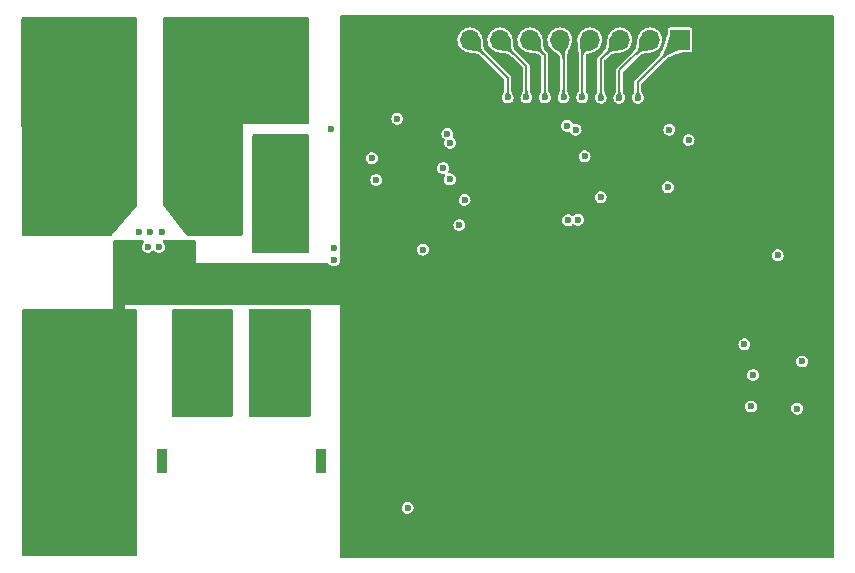
<source format=gbr>
%TF.GenerationSoftware,KiCad,Pcbnew,7.0.5*%
%TF.CreationDate,2023-06-27T23:48:28+08:00*%
%TF.ProjectId,BQ40Z80,42513430-5a38-4302-9e6b-696361645f70,rev?*%
%TF.SameCoordinates,Original*%
%TF.FileFunction,Copper,L4,Bot*%
%TF.FilePolarity,Positive*%
%FSLAX46Y46*%
G04 Gerber Fmt 4.6, Leading zero omitted, Abs format (unit mm)*
G04 Created by KiCad (PCBNEW 7.0.5) date 2023-06-27 23:48:28*
%MOMM*%
%LPD*%
G01*
G04 APERTURE LIST*
G04 Aperture macros list*
%AMRoundRect*
0 Rectangle with rounded corners*
0 $1 Rounding radius*
0 $2 $3 $4 $5 $6 $7 $8 $9 X,Y pos of 4 corners*
0 Add a 4 corners polygon primitive as box body*
4,1,4,$2,$3,$4,$5,$6,$7,$8,$9,$2,$3,0*
0 Add four circle primitives for the rounded corners*
1,1,$1+$1,$2,$3*
1,1,$1+$1,$4,$5*
1,1,$1+$1,$6,$7*
1,1,$1+$1,$8,$9*
0 Add four rect primitives between the rounded corners*
20,1,$1+$1,$2,$3,$4,$5,0*
20,1,$1+$1,$4,$5,$6,$7,0*
20,1,$1+$1,$6,$7,$8,$9,0*
20,1,$1+$1,$8,$9,$2,$3,0*%
G04 Aperture macros list end*
%TA.AperFunction,ComponentPad*%
%ADD10R,0.900000X2.000000*%
%TD*%
%TA.AperFunction,ComponentPad*%
%ADD11RoundRect,1.025000X1.025000X1.025000X-1.025000X1.025000X-1.025000X-1.025000X1.025000X-1.025000X0*%
%TD*%
%TA.AperFunction,ComponentPad*%
%ADD12C,4.100000*%
%TD*%
%TA.AperFunction,ComponentPad*%
%ADD13R,1.700000X1.700000*%
%TD*%
%TA.AperFunction,ComponentPad*%
%ADD14O,1.700000X1.700000*%
%TD*%
%TA.AperFunction,SMDPad,CuDef*%
%ADD15RoundRect,0.200000X-0.300000X0.050000X-0.300000X-0.050000X0.300000X-0.050000X0.300000X0.050000X0*%
%TD*%
%TA.AperFunction,ViaPad*%
%ADD16C,0.600000*%
%TD*%
%TA.AperFunction,Conductor*%
%ADD17C,0.180000*%
%TD*%
G04 APERTURE END LIST*
%TA.AperFunction,EtchedComponent*%
%TO.C,NT2*%
G36*
X109008800Y-125264800D02*
G01*
X108008800Y-125264800D01*
X108008800Y-124264800D01*
X109008800Y-124264800D01*
X109008800Y-125264800D01*
G37*
%TD.AperFunction*%
%TD*%
D10*
%TO.P,J5,*%
%TO.N,*%
X125596600Y-137729200D03*
X112096600Y-137729200D03*
D11*
%TO.P,J5,1,Pin_1*%
%TO.N,/PACK-*%
X115246600Y-131729200D03*
D12*
%TO.P,J5,2,Pin_2*%
%TO.N,/PACK+*%
X122446600Y-131729200D03*
%TD*%
D13*
%TO.P,J4,1,Pin_1*%
%TO.N,/PIN12*%
X155981400Y-102108000D03*
D14*
%TO.P,J4,2,Pin_2*%
%TO.N,/PIN13*%
X153441400Y-102108000D03*
%TO.P,J4,3,Pin_3*%
%TO.N,/PIN15*%
X150901400Y-102108000D03*
%TO.P,J4,4,Pin_4*%
%TO.N,/PIN16*%
X148361400Y-102108000D03*
%TO.P,J4,5,Pin_5*%
%TO.N,/PIN17*%
X145821400Y-102108000D03*
%TO.P,J4,6,Pin_6*%
%TO.N,/PIN20*%
X143281400Y-102108000D03*
%TO.P,J4,7,Pin_7*%
%TO.N,/PIN21*%
X140741400Y-102108000D03*
%TO.P,J4,8,Pin_8*%
%TO.N,/PIN22*%
X138201400Y-102108000D03*
%TD*%
D15*
%TO.P,NT2,1,1*%
%TO.N,GND*%
X108508800Y-124264800D03*
%TO.P,NT2,2,2*%
%TO.N,GNDPWR*%
X108508800Y-125264800D03*
%TD*%
D16*
%TO.N,GND*%
X134467600Y-134975600D03*
X151815800Y-144373600D03*
X146633800Y-113131200D03*
X135813800Y-101498400D03*
X160274000Y-125069600D03*
X145744800Y-113131200D03*
X167792400Y-111683800D03*
X146633800Y-114020200D03*
X114604800Y-122402600D03*
X135813800Y-103632000D03*
X166827200Y-122428000D03*
X144855800Y-114909200D03*
X108331000Y-122631200D03*
X135813800Y-102920800D03*
X144855800Y-113131200D03*
X150393400Y-144373600D03*
X167792400Y-114528600D03*
X167792400Y-113817400D03*
X158419800Y-100685600D03*
X158419800Y-102819200D03*
X152501600Y-117500400D03*
X144855800Y-114020200D03*
X131419600Y-124282200D03*
X135813800Y-100787200D03*
X136601200Y-134975600D03*
X135890000Y-134975600D03*
X160274000Y-126492000D03*
X166827200Y-123139200D03*
X158419800Y-102108000D03*
X160274000Y-125780800D03*
X162052000Y-113487200D03*
X166827200Y-121716800D03*
X152527000Y-144373600D03*
X149682200Y-144373600D03*
X158419800Y-101396800D03*
X133527800Y-143865600D03*
X134239000Y-143865600D03*
X161366200Y-109626400D03*
X135178800Y-134975600D03*
X151104600Y-144373600D03*
X109778800Y-122605800D03*
X153924000Y-117500400D03*
X167792400Y-112395000D03*
X145744800Y-114909200D03*
X153212800Y-117500400D03*
X151079200Y-117500400D03*
X151790400Y-117500400D03*
X132816600Y-143865600D03*
X130632200Y-124282200D03*
X135813800Y-102209600D03*
X137312400Y-134975600D03*
X158419800Y-103530400D03*
X145744800Y-114020200D03*
X130632200Y-122351800D03*
X167792400Y-113106200D03*
X131419600Y-122351800D03*
X161391600Y-111556800D03*
X160477200Y-114020600D03*
X146633800Y-114909200D03*
%TO.N,/SR_P*%
X147352100Y-117341300D03*
X110921800Y-119634000D03*
%TO.N,/PACK+*%
X122783600Y-129082800D03*
X120243600Y-129082800D03*
X122783600Y-127812800D03*
X124053600Y-126542800D03*
X122783600Y-126542800D03*
X124053600Y-127812800D03*
X120243600Y-127812800D03*
X136525000Y-110820200D03*
X124053600Y-125272800D03*
X126691947Y-120780637D03*
X121513600Y-127812800D03*
X122783600Y-125272800D03*
X124053600Y-129082800D03*
X121513600Y-129082800D03*
X121513600Y-125272800D03*
X121513600Y-126542800D03*
X120243600Y-126542800D03*
X120243600Y-125272800D03*
%TO.N,/SR_N*%
X111887000Y-119634000D03*
X146514300Y-117373400D03*
%TO.N,/BAT+*%
X102565200Y-113741200D03*
X105105200Y-115011200D03*
X108915200Y-109931200D03*
X105105200Y-109931200D03*
X108915200Y-115011200D03*
X102565200Y-104851200D03*
X107645200Y-113741200D03*
X101295200Y-102311200D03*
X106375200Y-108661200D03*
X103835200Y-104851200D03*
X106375200Y-112471200D03*
X137312400Y-117779800D03*
X101295200Y-109931200D03*
X107645200Y-101041200D03*
X108915200Y-111201200D03*
X108915200Y-103581200D03*
X105105200Y-102311200D03*
X107645200Y-104851200D03*
X103835200Y-117551200D03*
X107645200Y-117551200D03*
X107645200Y-103581200D03*
X101295200Y-115011200D03*
X105105200Y-107391200D03*
X101295200Y-108661200D03*
X106375200Y-106121200D03*
X108915200Y-107391200D03*
X102565200Y-112471200D03*
X103835200Y-111201200D03*
X105105200Y-117551200D03*
X107645200Y-102311200D03*
X102565200Y-111201200D03*
X102565200Y-115011200D03*
X107645200Y-107391200D03*
X102565200Y-102311200D03*
X106375200Y-104851200D03*
X106375200Y-111201200D03*
X102565200Y-116281200D03*
X102565200Y-109931200D03*
X108915200Y-108661200D03*
X106375200Y-101041200D03*
X103835200Y-102311200D03*
X108915200Y-106121200D03*
X102565200Y-103581200D03*
X101295200Y-112471200D03*
X107645200Y-116281200D03*
X103835200Y-109931200D03*
X106375200Y-102311200D03*
X105105200Y-103581200D03*
X106375200Y-117551200D03*
X103835200Y-107391200D03*
X106375200Y-103581200D03*
X101295200Y-117551200D03*
X107645200Y-111201200D03*
X106375200Y-115011200D03*
X106375200Y-107391200D03*
X108915200Y-101041200D03*
X105105200Y-113741200D03*
X103835200Y-103581200D03*
X105105200Y-116281200D03*
X101295200Y-104851200D03*
X101295200Y-101041200D03*
X107645200Y-109931200D03*
X106375200Y-113741200D03*
X101295200Y-111201200D03*
X103835200Y-113741200D03*
X102565200Y-106121200D03*
X102565200Y-117551200D03*
X108915200Y-116281200D03*
X101295200Y-116281200D03*
X101295200Y-113741200D03*
X106375200Y-109931200D03*
X108915200Y-113741200D03*
X103835200Y-108661200D03*
X107645200Y-106121200D03*
X108915200Y-102311200D03*
X103835200Y-112471200D03*
X102565200Y-108661200D03*
X101295200Y-103581200D03*
X105105200Y-111201200D03*
X105105200Y-101041200D03*
X105105200Y-112471200D03*
X105105200Y-106121200D03*
X107645200Y-112471200D03*
X106375200Y-116281200D03*
X103835200Y-115011200D03*
X101295200Y-107391200D03*
X108915200Y-104851200D03*
X103835200Y-116281200D03*
X103835200Y-101041200D03*
X103835200Y-106121200D03*
X101295200Y-106121200D03*
X105105200Y-104851200D03*
X108915200Y-112471200D03*
X102565200Y-107391200D03*
X107645200Y-115011200D03*
X102565200Y-101041200D03*
X105105200Y-108661200D03*
X107645200Y-108661200D03*
%TO.N,/LEDCNTLA*%
X165912800Y-133324600D03*
X166319200Y-129336800D03*
%TO.N,Net-(Q7-D)*%
X112115600Y-118414800D03*
X132054600Y-108788200D03*
X111150400Y-118414800D03*
X110159800Y-118414800D03*
%TO.N,/TS1*%
X132918200Y-141732000D03*
X149275800Y-115417600D03*
%TO.N,Net-(Q12-D)*%
X124053600Y-114452400D03*
X122783600Y-113182400D03*
X121513600Y-114452400D03*
X122783600Y-115722400D03*
X122783600Y-111912400D03*
X120243600Y-114452400D03*
X120243600Y-115722400D03*
X121513600Y-110642400D03*
X124053600Y-116992400D03*
X120243600Y-119532400D03*
X124053600Y-115722400D03*
X122783600Y-119532400D03*
X130276600Y-113969800D03*
X122783600Y-118262400D03*
X121513600Y-116992400D03*
X120243600Y-118262400D03*
X121513600Y-111912400D03*
X122783600Y-116992400D03*
X121513600Y-113182400D03*
X124053600Y-111912400D03*
X136296400Y-110068900D03*
X122783600Y-110642400D03*
X120243600Y-113182400D03*
X121513600Y-118262400D03*
X124053600Y-110642400D03*
X120243600Y-111912400D03*
X121513600Y-115722400D03*
X124053600Y-113182400D03*
X124053600Y-119532400D03*
X122783600Y-114452400D03*
X120243600Y-116992400D03*
X121513600Y-119532400D03*
X124053600Y-118262400D03*
X120243600Y-110642400D03*
%TO.N,Net-(Q8-G)*%
X126441200Y-109651800D03*
X137744200Y-115646200D03*
%TO.N,Net-(Q9-G)*%
X129895600Y-112115600D03*
X136499600Y-113919000D03*
%TO.N,Net-(Q12-G)*%
X135930100Y-112953800D03*
X126695200Y-119735600D03*
%TO.N,/PACK-*%
X113588800Y-127812800D03*
X117398800Y-126542800D03*
X113588800Y-126542800D03*
X114858800Y-127812800D03*
X116128800Y-129082800D03*
X114858800Y-126542800D03*
X117398800Y-125272800D03*
X116128800Y-125272800D03*
X114858800Y-125272800D03*
X113588800Y-125272800D03*
X117398800Y-129082800D03*
X117398800Y-127812800D03*
X116128800Y-126542800D03*
X114858800Y-129082800D03*
X113588800Y-129082800D03*
X116128800Y-127812800D03*
%TO.N,/PIN22*%
X161442400Y-127889000D03*
X141401800Y-106981500D03*
%TO.N,/PIN21*%
X142976600Y-106981500D03*
X162179000Y-130479800D03*
%TO.N,/PIN20*%
X144551400Y-106981500D03*
X162001200Y-133146800D03*
%TO.N,/PIN13*%
X150850600Y-107007900D03*
%TO.N,/PIN16*%
X147701000Y-106969300D03*
X134213600Y-119862600D03*
%TO.N,/PIN17*%
X146126200Y-106981500D03*
X147904200Y-111963200D03*
X154965400Y-114579400D03*
%TO.N,/PIN15*%
X164261800Y-120345200D03*
X149275800Y-106994700D03*
%TO.N,/PIN12*%
X152425400Y-107007900D03*
%TO.N,/SMBC*%
X156712223Y-110584360D03*
X146431596Y-109382184D03*
%TO.N,/SMBD*%
X155092400Y-109702600D03*
X147142200Y-109702600D03*
%TO.N,Net-(C9-Pad1)*%
X115214400Y-109931200D03*
X121564400Y-101041200D03*
X121564400Y-103581200D03*
X124104400Y-102311200D03*
X121564400Y-104851200D03*
X119024400Y-104851200D03*
X116484400Y-112471200D03*
X115214400Y-104851200D03*
X116484400Y-113741200D03*
X112674400Y-111201200D03*
X120294400Y-103581200D03*
X124104400Y-101041200D03*
X119024400Y-106121200D03*
X117754400Y-107391200D03*
X112674400Y-106121200D03*
X117754400Y-103581200D03*
X124104400Y-103581200D03*
X117754400Y-104851200D03*
X112674400Y-101041200D03*
X120294400Y-102311200D03*
X122834400Y-103581200D03*
X113944400Y-106121200D03*
X112674400Y-113741200D03*
X122834400Y-104851200D03*
X112674400Y-115011200D03*
X122834400Y-107391200D03*
X112674400Y-109931200D03*
X117754400Y-115011200D03*
X115214400Y-108661200D03*
X113944400Y-102311200D03*
X112674400Y-104851200D03*
X122834400Y-106121200D03*
X115214400Y-117551200D03*
X116484400Y-108661200D03*
X120294400Y-101041200D03*
X119024400Y-101041200D03*
X124104400Y-107391200D03*
X113944400Y-107391200D03*
X115214400Y-103581200D03*
X113944400Y-101041200D03*
X113944400Y-104851200D03*
X116484400Y-101041200D03*
X113944400Y-117551200D03*
X116484400Y-106121200D03*
X120294400Y-106121200D03*
X117754400Y-108661200D03*
X115214400Y-116281200D03*
X112674400Y-112471200D03*
X115214400Y-107391200D03*
X117754400Y-111201200D03*
X116484400Y-102311200D03*
X116484400Y-104851200D03*
X122834400Y-101041200D03*
X117754400Y-112471200D03*
X112674400Y-103581200D03*
X115214400Y-113741200D03*
X117754400Y-106121200D03*
X113944400Y-103581200D03*
X120294400Y-107391200D03*
X122834400Y-102311200D03*
X121564400Y-106121200D03*
X113944400Y-113741200D03*
X117754400Y-116281200D03*
X119024400Y-107391200D03*
X113944400Y-108661200D03*
X115214400Y-102311200D03*
X124104400Y-106121200D03*
X112674400Y-102311200D03*
X117754400Y-109931200D03*
X113944400Y-116281200D03*
X120294400Y-104851200D03*
X119024400Y-102311200D03*
X115214400Y-106121200D03*
X116484400Y-116281200D03*
X115214400Y-115011200D03*
X113944400Y-112471200D03*
X116484400Y-107391200D03*
X116484400Y-111201200D03*
X113944400Y-111201200D03*
X113944400Y-109931200D03*
X115214400Y-112471200D03*
X112674400Y-107391200D03*
X112674400Y-108661200D03*
X117754400Y-101041200D03*
X117754400Y-102311200D03*
X116484400Y-103581200D03*
X119024400Y-103581200D03*
X115214400Y-111201200D03*
X116484400Y-109931200D03*
X121564400Y-107391200D03*
X113944400Y-115011200D03*
X115214400Y-101041200D03*
X117754400Y-113741200D03*
X116484400Y-115011200D03*
X121564400Y-102311200D03*
X124104400Y-104851200D03*
%TO.N,GNDPWR*%
X108839000Y-127127000D03*
X103759000Y-142367000D03*
X101219000Y-130937000D03*
X108839000Y-134747000D03*
X102489000Y-139827000D03*
X107569000Y-137287000D03*
X108839000Y-144907000D03*
X101219000Y-139827000D03*
X107569000Y-128397000D03*
X108839000Y-138557000D03*
X102489000Y-141097000D03*
X103759000Y-130937000D03*
X105029000Y-136017000D03*
X105029000Y-134747000D03*
X105029000Y-127127000D03*
X107569000Y-134747000D03*
X108839000Y-129667000D03*
X105029000Y-137287000D03*
X108839000Y-130937000D03*
X102489000Y-125857000D03*
X106299000Y-127127000D03*
X102489000Y-138557000D03*
X103759000Y-137287000D03*
X101219000Y-141097000D03*
X105029000Y-144907000D03*
X102489000Y-143637000D03*
X108839000Y-141097000D03*
X105029000Y-129667000D03*
X101219000Y-133477000D03*
X107569000Y-142367000D03*
X106299000Y-132207000D03*
X108839000Y-132207000D03*
X103759000Y-139827000D03*
X107569000Y-139827000D03*
X105029000Y-138557000D03*
X107569000Y-141097000D03*
X106299000Y-142367000D03*
X102489000Y-144907000D03*
X103759000Y-129667000D03*
X108839000Y-142367000D03*
X103759000Y-132207000D03*
X101219000Y-138557000D03*
X108839000Y-143637000D03*
X103759000Y-133477000D03*
X107569000Y-138557000D03*
X107569000Y-133477000D03*
X105029000Y-130937000D03*
X101219000Y-129667000D03*
X106299000Y-144907000D03*
X106299000Y-134747000D03*
X107569000Y-144907000D03*
X103759000Y-125857000D03*
X106299000Y-130937000D03*
X108839000Y-136017000D03*
X101219000Y-142367000D03*
X107569000Y-132207000D03*
X102489000Y-134747000D03*
X103759000Y-138557000D03*
X102489000Y-127127000D03*
X101219000Y-132207000D03*
X102489000Y-129667000D03*
X107569000Y-130937000D03*
X105029000Y-143637000D03*
X105029000Y-142367000D03*
X105029000Y-128397000D03*
X107569000Y-136017000D03*
X106299000Y-129667000D03*
X106299000Y-138557000D03*
X101219000Y-134747000D03*
X106299000Y-137287000D03*
X102489000Y-130937000D03*
X106299000Y-136017000D03*
X101219000Y-127127000D03*
X108839000Y-137287000D03*
X102489000Y-128397000D03*
X108839000Y-139827000D03*
X102489000Y-132207000D03*
X105029000Y-141097000D03*
X103759000Y-134747000D03*
X106299000Y-141097000D03*
X103759000Y-136017000D03*
X107569000Y-143637000D03*
X105029000Y-132207000D03*
X107569000Y-129667000D03*
X106299000Y-139827000D03*
X101219000Y-137287000D03*
X103759000Y-143637000D03*
X106299000Y-128397000D03*
X101219000Y-144907000D03*
X103759000Y-144907000D03*
X102489000Y-136017000D03*
X107569000Y-125857000D03*
X106299000Y-125857000D03*
X108839000Y-125857000D03*
X101219000Y-136017000D03*
X101219000Y-143637000D03*
X106299000Y-133477000D03*
X108839000Y-133477000D03*
X108839000Y-128397000D03*
X103759000Y-127127000D03*
X107569000Y-127127000D03*
X101219000Y-125857000D03*
X105029000Y-139827000D03*
X101219000Y-128397000D03*
X103759000Y-128397000D03*
X102489000Y-142367000D03*
X102489000Y-137287000D03*
X105029000Y-133477000D03*
X106299000Y-143637000D03*
X105029000Y-125857000D03*
X102489000Y-133477000D03*
X103759000Y-141097000D03*
%TD*%
D17*
%TO.N,/PIN22*%
X138201400Y-102108000D02*
X141401800Y-105308400D01*
X141401800Y-105308400D02*
X141401800Y-106981500D01*
%TO.N,/PIN21*%
X142976600Y-104343200D02*
X142976600Y-106981500D01*
X140741400Y-102108000D02*
X142976600Y-104343200D01*
%TO.N,/PIN20*%
X144551400Y-103378000D02*
X144551400Y-106981500D01*
X143281400Y-102108000D02*
X144551400Y-103378000D01*
%TO.N,/PIN13*%
X153441400Y-102108000D02*
X150850600Y-104698800D01*
X150850600Y-104698800D02*
X150850600Y-107007900D01*
%TO.N,/PIN16*%
X148361400Y-102108000D02*
X147701000Y-102768400D01*
X147701000Y-102768400D02*
X147701000Y-106969300D01*
%TO.N,/PIN17*%
X146126200Y-102412800D02*
X146126200Y-106981500D01*
%TO.N,/PIN15*%
X150901400Y-102108000D02*
X149275800Y-103733600D01*
X149275800Y-103733600D02*
X149275800Y-106994700D01*
%TO.N,/PIN12*%
X152425400Y-105664000D02*
X152425400Y-107007900D01*
X155981400Y-102108000D02*
X152425400Y-105664000D01*
%TD*%
%TA.AperFunction,Conductor*%
%TO.N,/PACK-*%
G36*
X118028192Y-124924735D02*
G01*
X118042825Y-124930796D01*
X118089351Y-124970533D01*
X118096401Y-124984370D01*
X118102463Y-124999005D01*
X118110000Y-125036891D01*
X118110000Y-133890708D01*
X118102463Y-133928597D01*
X118096402Y-133943228D01*
X118056663Y-133989752D01*
X118042830Y-133996801D01*
X118035448Y-133999858D01*
X118028197Y-134002862D01*
X117990309Y-134010400D01*
X113098891Y-134010400D01*
X113061005Y-134002863D01*
X113046370Y-133996801D01*
X112999847Y-133957063D01*
X112992797Y-133943228D01*
X112986734Y-133928590D01*
X112979200Y-133890708D01*
X112979200Y-125036891D01*
X112986734Y-124999010D01*
X112992796Y-124984373D01*
X113032531Y-124937850D01*
X113046366Y-124930799D01*
X113061010Y-124924734D01*
X113098891Y-124917200D01*
X117990309Y-124917200D01*
X118028192Y-124924735D01*
G37*
%TD.AperFunction*%
%TD*%
%TA.AperFunction,Conductor*%
%TO.N,/BAT+*%
G36*
X109950992Y-100210535D02*
G01*
X109965625Y-100216596D01*
X110012151Y-100256333D01*
X110019201Y-100270170D01*
X110025263Y-100284805D01*
X110032800Y-100322691D01*
X110032800Y-116058178D01*
X110031284Y-116075438D01*
X110029778Y-116083944D01*
X110017944Y-116116334D01*
X110013612Y-116123807D01*
X110003650Y-116137972D01*
X107885334Y-118650394D01*
X107869774Y-118665228D01*
X107861455Y-118671588D01*
X107822700Y-118689604D01*
X107812474Y-118691865D01*
X107791101Y-118694200D01*
X100373338Y-118694200D01*
X100335482Y-118686676D01*
X100320853Y-118680622D01*
X100274314Y-118640901D01*
X100267287Y-118627134D01*
X100261210Y-118612504D01*
X100253635Y-118574666D01*
X100228565Y-100322844D01*
X100236060Y-100284923D01*
X100242110Y-100270274D01*
X100281796Y-100223710D01*
X100295691Y-100216618D01*
X100310334Y-100210547D01*
X100348247Y-100203000D01*
X109913109Y-100203000D01*
X109950992Y-100210535D01*
G37*
%TD.AperFunction*%
%TD*%
%TA.AperFunction,Conductor*%
%TO.N,GND*%
G36*
X168919399Y-100008035D02*
G01*
X168932825Y-100013596D01*
X168979350Y-100053333D01*
X168986401Y-100067170D01*
X168991963Y-100080598D01*
X168999500Y-100118484D01*
X168999500Y-145881515D01*
X168991963Y-145919404D01*
X168986402Y-145932828D01*
X168946663Y-145979352D01*
X168932829Y-145986401D01*
X168919403Y-145991962D01*
X168881516Y-145999500D01*
X127347084Y-145999500D01*
X127309198Y-145991963D01*
X127295770Y-145986401D01*
X127249247Y-145946663D01*
X127242197Y-145932828D01*
X127236134Y-145918190D01*
X127228600Y-145880308D01*
X127228600Y-141732002D01*
X132412553Y-141732002D01*
X132433034Y-141874456D01*
X132492822Y-142005371D01*
X132492823Y-142005373D01*
X132587072Y-142114143D01*
X132587073Y-142114144D01*
X132708142Y-142191950D01*
X132708147Y-142191953D01*
X132814603Y-142223211D01*
X132846235Y-142232499D01*
X132846236Y-142232499D01*
X132846239Y-142232500D01*
X132846241Y-142232500D01*
X132990159Y-142232500D01*
X132990161Y-142232500D01*
X133128253Y-142191953D01*
X133249328Y-142114143D01*
X133343577Y-142005373D01*
X133403365Y-141874457D01*
X133423847Y-141732000D01*
X133403365Y-141589543D01*
X133343577Y-141458627D01*
X133249328Y-141349857D01*
X133249327Y-141349856D01*
X133249326Y-141349855D01*
X133128257Y-141272049D01*
X133128254Y-141272047D01*
X133128253Y-141272047D01*
X133128250Y-141272046D01*
X132990164Y-141231500D01*
X132990161Y-141231500D01*
X132846239Y-141231500D01*
X132846235Y-141231500D01*
X132708149Y-141272046D01*
X132708142Y-141272049D01*
X132587073Y-141349855D01*
X132492822Y-141458628D01*
X132433034Y-141589543D01*
X132412553Y-141731997D01*
X132412553Y-141732002D01*
X127228600Y-141732002D01*
X127228600Y-133146802D01*
X161495553Y-133146802D01*
X161516034Y-133289256D01*
X161575822Y-133420171D01*
X161575823Y-133420173D01*
X161616448Y-133467057D01*
X161670073Y-133528944D01*
X161777482Y-133597971D01*
X161791147Y-133606753D01*
X161897603Y-133638011D01*
X161929235Y-133647299D01*
X161929236Y-133647299D01*
X161929239Y-133647300D01*
X161929241Y-133647300D01*
X162073159Y-133647300D01*
X162073161Y-133647300D01*
X162211253Y-133606753D01*
X162332328Y-133528943D01*
X162426577Y-133420173D01*
X162470223Y-133324602D01*
X165407153Y-133324602D01*
X165427634Y-133467056D01*
X165455898Y-133528944D01*
X165487423Y-133597973D01*
X165530164Y-133647299D01*
X165581673Y-133706744D01*
X165702742Y-133784550D01*
X165702747Y-133784553D01*
X165809203Y-133815811D01*
X165840835Y-133825099D01*
X165840836Y-133825099D01*
X165840839Y-133825100D01*
X165840841Y-133825100D01*
X165984759Y-133825100D01*
X165984761Y-133825100D01*
X166122853Y-133784553D01*
X166243928Y-133706743D01*
X166338177Y-133597973D01*
X166397965Y-133467057D01*
X166418447Y-133324600D01*
X166413365Y-133289257D01*
X166397965Y-133182143D01*
X166338177Y-133051228D01*
X166338177Y-133051227D01*
X166243928Y-132942457D01*
X166243927Y-132942456D01*
X166243926Y-132942455D01*
X166122857Y-132864649D01*
X166122854Y-132864647D01*
X166122853Y-132864647D01*
X166122850Y-132864646D01*
X165984764Y-132824100D01*
X165984761Y-132824100D01*
X165840839Y-132824100D01*
X165840835Y-132824100D01*
X165702749Y-132864646D01*
X165702742Y-132864649D01*
X165581673Y-132942455D01*
X165487422Y-133051228D01*
X165427634Y-133182143D01*
X165407153Y-133324597D01*
X165407153Y-133324602D01*
X162470223Y-133324602D01*
X162486365Y-133289257D01*
X162493192Y-133241771D01*
X162506847Y-133146802D01*
X162506847Y-133146797D01*
X162486365Y-133004343D01*
X162426577Y-132873428D01*
X162426577Y-132873427D01*
X162332328Y-132764657D01*
X162332327Y-132764656D01*
X162332326Y-132764655D01*
X162211257Y-132686849D01*
X162211254Y-132686847D01*
X162211253Y-132686847D01*
X162211250Y-132686846D01*
X162073164Y-132646300D01*
X162073161Y-132646300D01*
X161929239Y-132646300D01*
X161929235Y-132646300D01*
X161791149Y-132686846D01*
X161791142Y-132686849D01*
X161670073Y-132764655D01*
X161575822Y-132873428D01*
X161516034Y-133004343D01*
X161495553Y-133146797D01*
X161495553Y-133146802D01*
X127228600Y-133146802D01*
X127228600Y-130479802D01*
X161673353Y-130479802D01*
X161693834Y-130622256D01*
X161753622Y-130753171D01*
X161753623Y-130753173D01*
X161847872Y-130861943D01*
X161847873Y-130861944D01*
X161968942Y-130939750D01*
X161968947Y-130939753D01*
X162075403Y-130971011D01*
X162107035Y-130980299D01*
X162107036Y-130980299D01*
X162107039Y-130980300D01*
X162107041Y-130980300D01*
X162250959Y-130980300D01*
X162250961Y-130980300D01*
X162389053Y-130939753D01*
X162510128Y-130861943D01*
X162604377Y-130753173D01*
X162664165Y-130622257D01*
X162684647Y-130479800D01*
X162664165Y-130337343D01*
X162604377Y-130206427D01*
X162510128Y-130097657D01*
X162510127Y-130097656D01*
X162510126Y-130097655D01*
X162389057Y-130019849D01*
X162389054Y-130019847D01*
X162389053Y-130019847D01*
X162389050Y-130019846D01*
X162250964Y-129979300D01*
X162250961Y-129979300D01*
X162107039Y-129979300D01*
X162107035Y-129979300D01*
X161968949Y-130019846D01*
X161968942Y-130019849D01*
X161847873Y-130097655D01*
X161753622Y-130206428D01*
X161693834Y-130337343D01*
X161673353Y-130479797D01*
X161673353Y-130479802D01*
X127228600Y-130479802D01*
X127228600Y-129336802D01*
X165813553Y-129336802D01*
X165834034Y-129479256D01*
X165893822Y-129610171D01*
X165893823Y-129610173D01*
X165988072Y-129718943D01*
X165988073Y-129718944D01*
X166109142Y-129796750D01*
X166109147Y-129796753D01*
X166215603Y-129828011D01*
X166247235Y-129837299D01*
X166247236Y-129837299D01*
X166247239Y-129837300D01*
X166247241Y-129837300D01*
X166391159Y-129837300D01*
X166391161Y-129837300D01*
X166529253Y-129796753D01*
X166650328Y-129718943D01*
X166744577Y-129610173D01*
X166804365Y-129479257D01*
X166824847Y-129336800D01*
X166804365Y-129194343D01*
X166744577Y-129063427D01*
X166650328Y-128954657D01*
X166650327Y-128954656D01*
X166650326Y-128954655D01*
X166529257Y-128876849D01*
X166529254Y-128876847D01*
X166529253Y-128876847D01*
X166529250Y-128876846D01*
X166391164Y-128836300D01*
X166391161Y-128836300D01*
X166247239Y-128836300D01*
X166247235Y-128836300D01*
X166109149Y-128876846D01*
X166109142Y-128876849D01*
X165988073Y-128954655D01*
X165893822Y-129063428D01*
X165834034Y-129194343D01*
X165813553Y-129336797D01*
X165813553Y-129336802D01*
X127228600Y-129336802D01*
X127228600Y-127889002D01*
X160936753Y-127889002D01*
X160957234Y-128031456D01*
X161017022Y-128162371D01*
X161017023Y-128162373D01*
X161111272Y-128271143D01*
X161111273Y-128271144D01*
X161232342Y-128348950D01*
X161232347Y-128348953D01*
X161338803Y-128380211D01*
X161370435Y-128389499D01*
X161370436Y-128389499D01*
X161370439Y-128389500D01*
X161370441Y-128389500D01*
X161514359Y-128389500D01*
X161514361Y-128389500D01*
X161652453Y-128348953D01*
X161773528Y-128271143D01*
X161867777Y-128162373D01*
X161927565Y-128031457D01*
X161948047Y-127889000D01*
X161927565Y-127746543D01*
X161867777Y-127615627D01*
X161773528Y-127506857D01*
X161773527Y-127506856D01*
X161773526Y-127506855D01*
X161652457Y-127429049D01*
X161652454Y-127429047D01*
X161652453Y-127429047D01*
X161652450Y-127429046D01*
X161514364Y-127388500D01*
X161514361Y-127388500D01*
X161370439Y-127388500D01*
X161370435Y-127388500D01*
X161232349Y-127429046D01*
X161232342Y-127429049D01*
X161111273Y-127506855D01*
X161017022Y-127615628D01*
X160957234Y-127746543D01*
X160936753Y-127888997D01*
X160936753Y-127889002D01*
X127228600Y-127889002D01*
X127228600Y-127101600D01*
X127226356Y-124686908D01*
X127226356Y-124686907D01*
X127226355Y-124686906D01*
X127226262Y-124587000D01*
X127482600Y-124587000D01*
X127482600Y-121031000D01*
X127222957Y-121031000D01*
X127221871Y-119862602D01*
X133707953Y-119862602D01*
X133728434Y-120005056D01*
X133788222Y-120135971D01*
X133788223Y-120135973D01*
X133839849Y-120195553D01*
X133882473Y-120244744D01*
X134003542Y-120322550D01*
X134003547Y-120322553D01*
X134110003Y-120353811D01*
X134141635Y-120363099D01*
X134141636Y-120363099D01*
X134141639Y-120363100D01*
X134141641Y-120363100D01*
X134285559Y-120363100D01*
X134285561Y-120363100D01*
X134346517Y-120345202D01*
X163756153Y-120345202D01*
X163776634Y-120487656D01*
X163785589Y-120507264D01*
X163836423Y-120618573D01*
X163930672Y-120727343D01*
X163930673Y-120727344D01*
X164013599Y-120780637D01*
X164051747Y-120805153D01*
X164158203Y-120836411D01*
X164189835Y-120845699D01*
X164189836Y-120845699D01*
X164189839Y-120845700D01*
X164189841Y-120845700D01*
X164333759Y-120845700D01*
X164333761Y-120845700D01*
X164471853Y-120805153D01*
X164592928Y-120727343D01*
X164687177Y-120618573D01*
X164746965Y-120487657D01*
X164759785Y-120398494D01*
X164767447Y-120345202D01*
X164767447Y-120345197D01*
X164746965Y-120202743D01*
X164687177Y-120071828D01*
X164687177Y-120071827D01*
X164592928Y-119963057D01*
X164592927Y-119963056D01*
X164592926Y-119963055D01*
X164471857Y-119885249D01*
X164471854Y-119885247D01*
X164471853Y-119885247D01*
X164471850Y-119885246D01*
X164333764Y-119844700D01*
X164333761Y-119844700D01*
X164189839Y-119844700D01*
X164189835Y-119844700D01*
X164051749Y-119885246D01*
X164051742Y-119885249D01*
X163930673Y-119963055D01*
X163836422Y-120071828D01*
X163776634Y-120202743D01*
X163756153Y-120345197D01*
X163756153Y-120345202D01*
X134346517Y-120345202D01*
X134423653Y-120322553D01*
X134544728Y-120244743D01*
X134638977Y-120135973D01*
X134698765Y-120005057D01*
X134719247Y-119862600D01*
X134716673Y-119844700D01*
X134698765Y-119720143D01*
X134638977Y-119589228D01*
X134638977Y-119589227D01*
X134544728Y-119480457D01*
X134544727Y-119480456D01*
X134544726Y-119480455D01*
X134423657Y-119402649D01*
X134423654Y-119402647D01*
X134423653Y-119402647D01*
X134423650Y-119402646D01*
X134285564Y-119362100D01*
X134285561Y-119362100D01*
X134141639Y-119362100D01*
X134141635Y-119362100D01*
X134003549Y-119402646D01*
X134003542Y-119402649D01*
X133882473Y-119480455D01*
X133788222Y-119589228D01*
X133728434Y-119720143D01*
X133707953Y-119862597D01*
X133707953Y-119862602D01*
X127221871Y-119862602D01*
X127219936Y-117779802D01*
X136806753Y-117779802D01*
X136827234Y-117922256D01*
X136887022Y-118053171D01*
X136887023Y-118053173D01*
X136981272Y-118161943D01*
X136981273Y-118161944D01*
X137102342Y-118239750D01*
X137102347Y-118239753D01*
X137208803Y-118271011D01*
X137240435Y-118280299D01*
X137240436Y-118280299D01*
X137240439Y-118280300D01*
X137240441Y-118280300D01*
X137384359Y-118280300D01*
X137384361Y-118280300D01*
X137522453Y-118239753D01*
X137643528Y-118161943D01*
X137737777Y-118053173D01*
X137797565Y-117922257D01*
X137818047Y-117779800D01*
X137814559Y-117755543D01*
X137797565Y-117637343D01*
X137737777Y-117506427D01*
X137643528Y-117397657D01*
X137643527Y-117397656D01*
X137643526Y-117397655D01*
X137605787Y-117373402D01*
X146008653Y-117373402D01*
X146029134Y-117515856D01*
X146074262Y-117614671D01*
X146088923Y-117646773D01*
X146183172Y-117755543D01*
X146183173Y-117755544D01*
X146254298Y-117801253D01*
X146304247Y-117833353D01*
X146410703Y-117864611D01*
X146442335Y-117873899D01*
X146442336Y-117873899D01*
X146442339Y-117873900D01*
X146442341Y-117873900D01*
X146586259Y-117873900D01*
X146586261Y-117873900D01*
X146724353Y-117833353D01*
X146845428Y-117755543D01*
X146872289Y-117724542D01*
X146924682Y-117692948D01*
X146985643Y-117698183D01*
X147015003Y-117719515D01*
X147015619Y-117718805D01*
X147020972Y-117723443D01*
X147108668Y-117779802D01*
X147142047Y-117801253D01*
X147248503Y-117832511D01*
X147280135Y-117841799D01*
X147280136Y-117841799D01*
X147280139Y-117841800D01*
X147280141Y-117841800D01*
X147424059Y-117841800D01*
X147424061Y-117841800D01*
X147562153Y-117801253D01*
X147683228Y-117723443D01*
X147777477Y-117614673D01*
X147837265Y-117483757D01*
X147849644Y-117397657D01*
X147857747Y-117341302D01*
X147857747Y-117341297D01*
X147837265Y-117198843D01*
X147792137Y-117100028D01*
X147777477Y-117067927D01*
X147683228Y-116959157D01*
X147683227Y-116959156D01*
X147683226Y-116959155D01*
X147562157Y-116881349D01*
X147562154Y-116881347D01*
X147562153Y-116881347D01*
X147562150Y-116881346D01*
X147424064Y-116840800D01*
X147424061Y-116840800D01*
X147280139Y-116840800D01*
X147280135Y-116840800D01*
X147142049Y-116881346D01*
X147142042Y-116881349D01*
X147020972Y-116959156D01*
X146994111Y-116990156D01*
X146941715Y-117021751D01*
X146880754Y-117016515D01*
X146851397Y-116995183D01*
X146850781Y-116995895D01*
X146845427Y-116991256D01*
X146724357Y-116913449D01*
X146724354Y-116913447D01*
X146724353Y-116913447D01*
X146724350Y-116913446D01*
X146586264Y-116872900D01*
X146586261Y-116872900D01*
X146442339Y-116872900D01*
X146442335Y-116872900D01*
X146304249Y-116913446D01*
X146304242Y-116913449D01*
X146183173Y-116991255D01*
X146088922Y-117100028D01*
X146029134Y-117230943D01*
X146008653Y-117373397D01*
X146008653Y-117373402D01*
X137605787Y-117373402D01*
X137522457Y-117319849D01*
X137522454Y-117319847D01*
X137522453Y-117319847D01*
X137522450Y-117319846D01*
X137384364Y-117279300D01*
X137384361Y-117279300D01*
X137240439Y-117279300D01*
X137240435Y-117279300D01*
X137102349Y-117319846D01*
X137102342Y-117319849D01*
X136981273Y-117397655D01*
X136887022Y-117506428D01*
X136827234Y-117637343D01*
X136806753Y-117779797D01*
X136806753Y-117779802D01*
X127219936Y-117779802D01*
X127217953Y-115646202D01*
X137238553Y-115646202D01*
X137259034Y-115788656D01*
X137299633Y-115877553D01*
X137318823Y-115919573D01*
X137413072Y-116028343D01*
X137413073Y-116028344D01*
X137534142Y-116106150D01*
X137534147Y-116106153D01*
X137640603Y-116137411D01*
X137672235Y-116146699D01*
X137672236Y-116146699D01*
X137672239Y-116146700D01*
X137672241Y-116146700D01*
X137816159Y-116146700D01*
X137816161Y-116146700D01*
X137954253Y-116106153D01*
X138075328Y-116028343D01*
X138169577Y-115919573D01*
X138229365Y-115788657D01*
X138249847Y-115646200D01*
X138237461Y-115560056D01*
X138229365Y-115503743D01*
X138190025Y-115417602D01*
X148770153Y-115417602D01*
X148790634Y-115560056D01*
X148850422Y-115690971D01*
X148850423Y-115690973D01*
X148935065Y-115788656D01*
X148944673Y-115799744D01*
X149065742Y-115877550D01*
X149065747Y-115877553D01*
X149172203Y-115908811D01*
X149203835Y-115918099D01*
X149203836Y-115918099D01*
X149203839Y-115918100D01*
X149203841Y-115918100D01*
X149347759Y-115918100D01*
X149347761Y-115918100D01*
X149485853Y-115877553D01*
X149606928Y-115799743D01*
X149701177Y-115690973D01*
X149760965Y-115560057D01*
X149781447Y-115417600D01*
X149760965Y-115275143D01*
X149701177Y-115144227D01*
X149606928Y-115035457D01*
X149606927Y-115035456D01*
X149606926Y-115035455D01*
X149485857Y-114957649D01*
X149485854Y-114957647D01*
X149485853Y-114957647D01*
X149485850Y-114957646D01*
X149347764Y-114917100D01*
X149347761Y-114917100D01*
X149203839Y-114917100D01*
X149203835Y-114917100D01*
X149065749Y-114957646D01*
X149065742Y-114957649D01*
X148944673Y-115035455D01*
X148850422Y-115144228D01*
X148790634Y-115275143D01*
X148770153Y-115417597D01*
X148770153Y-115417602D01*
X138190025Y-115417602D01*
X138169577Y-115372828D01*
X138169577Y-115372827D01*
X138075328Y-115264057D01*
X138075327Y-115264056D01*
X138075326Y-115264055D01*
X137954257Y-115186249D01*
X137954254Y-115186247D01*
X137954253Y-115186247D01*
X137954250Y-115186246D01*
X137816164Y-115145700D01*
X137816161Y-115145700D01*
X137672239Y-115145700D01*
X137672235Y-115145700D01*
X137534149Y-115186246D01*
X137534142Y-115186249D01*
X137413073Y-115264055D01*
X137318822Y-115372828D01*
X137259034Y-115503743D01*
X137238553Y-115646197D01*
X137238553Y-115646202D01*
X127217953Y-115646202D01*
X127216962Y-114579402D01*
X154459753Y-114579402D01*
X154480234Y-114721856D01*
X154540022Y-114852771D01*
X154540023Y-114852773D01*
X154630895Y-114957646D01*
X154634273Y-114961544D01*
X154755342Y-115039350D01*
X154755347Y-115039353D01*
X154861803Y-115070611D01*
X154893435Y-115079899D01*
X154893436Y-115079899D01*
X154893439Y-115079900D01*
X154893441Y-115079900D01*
X155037359Y-115079900D01*
X155037361Y-115079900D01*
X155175453Y-115039353D01*
X155296528Y-114961543D01*
X155390777Y-114852773D01*
X155450565Y-114721857D01*
X155471047Y-114579400D01*
X155450565Y-114436943D01*
X155390777Y-114306027D01*
X155296528Y-114197257D01*
X155296527Y-114197256D01*
X155296526Y-114197255D01*
X155175457Y-114119449D01*
X155175454Y-114119447D01*
X155175453Y-114119447D01*
X155175450Y-114119446D01*
X155037364Y-114078900D01*
X155037361Y-114078900D01*
X154893439Y-114078900D01*
X154893435Y-114078900D01*
X154755349Y-114119446D01*
X154755342Y-114119449D01*
X154634273Y-114197255D01*
X154540022Y-114306028D01*
X154480234Y-114436943D01*
X154459753Y-114579397D01*
X154459753Y-114579402D01*
X127216962Y-114579402D01*
X127216395Y-113969802D01*
X129770953Y-113969802D01*
X129791434Y-114112256D01*
X129851222Y-114243171D01*
X129851223Y-114243173D01*
X129901454Y-114301143D01*
X129945473Y-114351944D01*
X129987500Y-114378953D01*
X130066547Y-114429753D01*
X130173003Y-114461011D01*
X130204635Y-114470299D01*
X130204636Y-114470299D01*
X130204639Y-114470300D01*
X130204641Y-114470300D01*
X130348559Y-114470300D01*
X130348561Y-114470300D01*
X130486653Y-114429753D01*
X130607728Y-114351943D01*
X130701977Y-114243173D01*
X130761765Y-114112257D01*
X130782247Y-113969800D01*
X130774943Y-113919002D01*
X130761765Y-113827343D01*
X130701977Y-113696428D01*
X130701977Y-113696427D01*
X130607728Y-113587657D01*
X130607727Y-113587656D01*
X130607726Y-113587655D01*
X130486657Y-113509849D01*
X130486654Y-113509847D01*
X130486653Y-113509847D01*
X130486650Y-113509846D01*
X130348564Y-113469300D01*
X130348561Y-113469300D01*
X130204639Y-113469300D01*
X130204635Y-113469300D01*
X130066549Y-113509846D01*
X130066542Y-113509849D01*
X129945473Y-113587655D01*
X129851222Y-113696428D01*
X129791434Y-113827343D01*
X129770953Y-113969797D01*
X129770953Y-113969802D01*
X127216395Y-113969802D01*
X127216066Y-113615398D01*
X127215451Y-112953802D01*
X135424453Y-112953802D01*
X135444934Y-113096256D01*
X135504722Y-113227171D01*
X135504723Y-113227173D01*
X135530913Y-113257398D01*
X135598973Y-113335944D01*
X135664557Y-113378092D01*
X135720047Y-113413753D01*
X135826503Y-113445011D01*
X135858135Y-113454299D01*
X135858136Y-113454299D01*
X135858139Y-113454300D01*
X135858141Y-113454300D01*
X136002059Y-113454300D01*
X136002061Y-113454300D01*
X136002062Y-113454299D01*
X136009070Y-113453292D01*
X136009447Y-113455919D01*
X136058837Y-113457317D01*
X136107300Y-113494667D01*
X136124554Y-113553369D01*
X136104009Y-113611002D01*
X136100415Y-113615398D01*
X136074223Y-113645626D01*
X136014434Y-113776543D01*
X135993953Y-113918997D01*
X135993953Y-113919002D01*
X136014434Y-114061456D01*
X136040918Y-114119446D01*
X136074223Y-114192373D01*
X136168472Y-114301143D01*
X136168473Y-114301144D01*
X136247520Y-114351944D01*
X136289547Y-114378953D01*
X136396003Y-114410211D01*
X136427635Y-114419499D01*
X136427636Y-114419499D01*
X136427639Y-114419500D01*
X136427641Y-114419500D01*
X136571559Y-114419500D01*
X136571561Y-114419500D01*
X136709653Y-114378953D01*
X136830728Y-114301143D01*
X136924977Y-114192373D01*
X136984765Y-114061457D01*
X137005247Y-113919000D01*
X136984765Y-113776543D01*
X136924977Y-113645627D01*
X136830728Y-113536857D01*
X136830727Y-113536856D01*
X136830726Y-113536855D01*
X136709657Y-113459049D01*
X136709654Y-113459047D01*
X136709653Y-113459047D01*
X136709650Y-113459046D01*
X136571564Y-113418500D01*
X136571561Y-113418500D01*
X136427639Y-113418500D01*
X136427637Y-113418500D01*
X136420630Y-113419508D01*
X136420253Y-113416888D01*
X136370816Y-113415465D01*
X136322371Y-113378092D01*
X136305146Y-113319382D01*
X136325720Y-113261759D01*
X136329267Y-113257420D01*
X136355477Y-113227173D01*
X136415265Y-113096257D01*
X136435747Y-112953800D01*
X136415265Y-112811343D01*
X136355477Y-112680427D01*
X136261228Y-112571657D01*
X136261227Y-112571656D01*
X136261226Y-112571655D01*
X136140157Y-112493849D01*
X136140154Y-112493847D01*
X136140153Y-112493847D01*
X136140150Y-112493846D01*
X136002064Y-112453300D01*
X136002061Y-112453300D01*
X135858139Y-112453300D01*
X135858135Y-112453300D01*
X135720049Y-112493846D01*
X135720042Y-112493849D01*
X135598973Y-112571655D01*
X135504722Y-112680428D01*
X135444934Y-112811343D01*
X135424453Y-112953797D01*
X135424453Y-112953802D01*
X127215451Y-112953802D01*
X127214672Y-112115602D01*
X129389953Y-112115602D01*
X129410434Y-112258056D01*
X129450298Y-112345344D01*
X129470223Y-112388973D01*
X129534973Y-112463699D01*
X129564473Y-112497744D01*
X129685542Y-112575550D01*
X129685547Y-112575553D01*
X129792003Y-112606811D01*
X129823635Y-112616099D01*
X129823636Y-112616099D01*
X129823639Y-112616100D01*
X129823641Y-112616100D01*
X129967559Y-112616100D01*
X129967561Y-112616100D01*
X130105653Y-112575553D01*
X130226728Y-112497743D01*
X130320977Y-112388973D01*
X130380765Y-112258057D01*
X130401247Y-112115600D01*
X130399817Y-112105657D01*
X130380765Y-111973143D01*
X130376225Y-111963202D01*
X147398553Y-111963202D01*
X147419034Y-112105656D01*
X147478822Y-112236571D01*
X147478823Y-112236573D01*
X147497439Y-112258057D01*
X147573073Y-112345344D01*
X147694142Y-112423150D01*
X147694147Y-112423153D01*
X147800603Y-112454411D01*
X147832235Y-112463699D01*
X147832236Y-112463699D01*
X147832239Y-112463700D01*
X147832241Y-112463700D01*
X147976159Y-112463700D01*
X147976161Y-112463700D01*
X148114253Y-112423153D01*
X148235328Y-112345343D01*
X148329577Y-112236573D01*
X148389365Y-112105657D01*
X148396192Y-112058171D01*
X148409847Y-111963202D01*
X148409847Y-111963197D01*
X148389365Y-111820743D01*
X148329577Y-111689828D01*
X148329577Y-111689827D01*
X148235328Y-111581057D01*
X148235327Y-111581056D01*
X148235326Y-111581055D01*
X148114257Y-111503249D01*
X148114254Y-111503247D01*
X148114253Y-111503247D01*
X148114250Y-111503246D01*
X147976164Y-111462700D01*
X147976161Y-111462700D01*
X147832239Y-111462700D01*
X147832235Y-111462700D01*
X147694149Y-111503246D01*
X147694142Y-111503249D01*
X147573073Y-111581055D01*
X147478822Y-111689828D01*
X147419034Y-111820743D01*
X147398553Y-111963197D01*
X147398553Y-111963202D01*
X130376225Y-111963202D01*
X130320977Y-111842228D01*
X130320977Y-111842227D01*
X130226728Y-111733457D01*
X130226727Y-111733456D01*
X130226726Y-111733455D01*
X130105657Y-111655649D01*
X130105654Y-111655647D01*
X130105653Y-111655647D01*
X130105650Y-111655646D01*
X129967564Y-111615100D01*
X129967561Y-111615100D01*
X129823639Y-111615100D01*
X129823635Y-111615100D01*
X129685549Y-111655646D01*
X129685542Y-111655649D01*
X129564473Y-111733455D01*
X129470222Y-111842228D01*
X129410434Y-111973143D01*
X129389953Y-112115597D01*
X129389953Y-112115602D01*
X127214672Y-112115602D01*
X127212770Y-110068902D01*
X135790753Y-110068902D01*
X135811234Y-110211356D01*
X135838719Y-110271538D01*
X135871023Y-110342273D01*
X135917534Y-110395950D01*
X135965273Y-110451044D01*
X136030789Y-110493148D01*
X136069520Y-110540514D01*
X136073014Y-110601599D01*
X136067320Y-110617557D01*
X136039834Y-110677743D01*
X136019353Y-110820197D01*
X136019353Y-110820202D01*
X136039834Y-110962656D01*
X136077125Y-111044310D01*
X136099623Y-111093573D01*
X136193872Y-111202343D01*
X136193873Y-111202344D01*
X136314942Y-111280150D01*
X136314947Y-111280153D01*
X136421403Y-111311411D01*
X136453035Y-111320699D01*
X136453036Y-111320699D01*
X136453039Y-111320700D01*
X136453041Y-111320700D01*
X136596959Y-111320700D01*
X136596961Y-111320700D01*
X136735053Y-111280153D01*
X136856128Y-111202343D01*
X136950377Y-111093573D01*
X137010165Y-110962657D01*
X137030647Y-110820200D01*
X137010165Y-110677743D01*
X136967519Y-110584362D01*
X156206576Y-110584362D01*
X156227057Y-110726816D01*
X156269705Y-110820200D01*
X156286846Y-110857733D01*
X156381095Y-110966503D01*
X156381096Y-110966504D01*
X156502165Y-111044310D01*
X156502170Y-111044313D01*
X156608626Y-111075571D01*
X156640258Y-111084859D01*
X156640259Y-111084859D01*
X156640262Y-111084860D01*
X156640264Y-111084860D01*
X156784182Y-111084860D01*
X156784184Y-111084860D01*
X156922276Y-111044313D01*
X157043351Y-110966503D01*
X157137600Y-110857733D01*
X157197388Y-110726817D01*
X157213097Y-110617557D01*
X157217870Y-110584362D01*
X157217870Y-110584357D01*
X157197388Y-110441903D01*
X157176402Y-110395950D01*
X157137600Y-110310987D01*
X157043351Y-110202217D01*
X157043350Y-110202216D01*
X157043349Y-110202215D01*
X156922280Y-110124409D01*
X156922277Y-110124407D01*
X156922276Y-110124407D01*
X156922273Y-110124406D01*
X156784187Y-110083860D01*
X156784184Y-110083860D01*
X156640262Y-110083860D01*
X156640258Y-110083860D01*
X156502172Y-110124406D01*
X156502165Y-110124409D01*
X156381096Y-110202215D01*
X156286845Y-110310988D01*
X156227057Y-110441903D01*
X156206576Y-110584357D01*
X156206576Y-110584362D01*
X136967519Y-110584362D01*
X136950377Y-110546827D01*
X136856128Y-110438057D01*
X136856127Y-110438056D01*
X136790609Y-110395950D01*
X136751878Y-110348583D01*
X136748386Y-110287498D01*
X136754076Y-110271547D01*
X136781565Y-110211357D01*
X136781565Y-110211355D01*
X136781566Y-110211354D01*
X136802047Y-110068902D01*
X136802047Y-110068897D01*
X136781565Y-109926443D01*
X136761580Y-109882683D01*
X136721777Y-109795527D01*
X136627528Y-109686757D01*
X136627527Y-109686756D01*
X136627526Y-109686755D01*
X136506457Y-109608949D01*
X136506454Y-109608947D01*
X136506453Y-109608947D01*
X136506450Y-109608946D01*
X136368364Y-109568400D01*
X136368361Y-109568400D01*
X136224439Y-109568400D01*
X136224435Y-109568400D01*
X136086349Y-109608946D01*
X136086342Y-109608949D01*
X135965273Y-109686755D01*
X135871022Y-109795528D01*
X135811234Y-109926443D01*
X135790753Y-110068897D01*
X135790753Y-110068902D01*
X127212770Y-110068902D01*
X127212132Y-109382186D01*
X145925949Y-109382186D01*
X145946430Y-109524640D01*
X146006218Y-109655555D01*
X146006219Y-109655557D01*
X146100468Y-109764327D01*
X146100469Y-109764328D01*
X146207842Y-109833332D01*
X146221543Y-109842137D01*
X146327999Y-109873395D01*
X146359631Y-109882683D01*
X146359632Y-109882683D01*
X146359635Y-109882684D01*
X146359637Y-109882684D01*
X146503555Y-109882684D01*
X146503557Y-109882684D01*
X146571732Y-109862666D01*
X146632890Y-109864413D01*
X146681343Y-109901776D01*
X146689675Y-109916529D01*
X146694203Y-109926443D01*
X146716823Y-109975973D01*
X146797344Y-110068900D01*
X146811073Y-110084744D01*
X146932142Y-110162550D01*
X146932147Y-110162553D01*
X147038603Y-110193811D01*
X147070235Y-110203099D01*
X147070236Y-110203099D01*
X147070239Y-110203100D01*
X147070241Y-110203100D01*
X147214159Y-110203100D01*
X147214161Y-110203100D01*
X147352253Y-110162553D01*
X147473328Y-110084743D01*
X147567577Y-109975973D01*
X147627365Y-109845057D01*
X147647847Y-109702602D01*
X154586753Y-109702602D01*
X154607234Y-109845056D01*
X154644403Y-109926443D01*
X154667023Y-109975973D01*
X154747544Y-110068900D01*
X154761273Y-110084744D01*
X154882342Y-110162550D01*
X154882347Y-110162553D01*
X154988803Y-110193811D01*
X155020435Y-110203099D01*
X155020436Y-110203099D01*
X155020439Y-110203100D01*
X155020441Y-110203100D01*
X155164359Y-110203100D01*
X155164361Y-110203100D01*
X155302453Y-110162553D01*
X155423528Y-110084743D01*
X155517777Y-109975973D01*
X155577565Y-109845057D01*
X155598047Y-109702600D01*
X155595769Y-109686757D01*
X155577565Y-109560143D01*
X155577565Y-109560142D01*
X155517777Y-109429227D01*
X155423528Y-109320457D01*
X155423527Y-109320456D01*
X155423526Y-109320455D01*
X155302457Y-109242649D01*
X155302454Y-109242647D01*
X155302453Y-109242647D01*
X155302450Y-109242646D01*
X155164364Y-109202100D01*
X155164361Y-109202100D01*
X155020439Y-109202100D01*
X155020435Y-109202100D01*
X154882349Y-109242646D01*
X154882342Y-109242649D01*
X154761273Y-109320455D01*
X154667022Y-109429228D01*
X154607234Y-109560143D01*
X154586753Y-109702597D01*
X154586753Y-109702602D01*
X147647847Y-109702602D01*
X147647847Y-109702600D01*
X147645569Y-109686757D01*
X147627365Y-109560143D01*
X147627364Y-109560142D01*
X147567577Y-109429227D01*
X147473328Y-109320457D01*
X147473327Y-109320456D01*
X147473326Y-109320455D01*
X147352257Y-109242649D01*
X147352254Y-109242647D01*
X147352253Y-109242647D01*
X147352250Y-109242646D01*
X147214164Y-109202100D01*
X147214161Y-109202100D01*
X147070239Y-109202100D01*
X147070237Y-109202100D01*
X147070233Y-109202101D01*
X147002063Y-109222117D01*
X146940903Y-109220369D01*
X146892451Y-109183006D01*
X146884120Y-109168253D01*
X146856974Y-109108813D01*
X146856973Y-109108812D01*
X146856973Y-109108811D01*
X146762724Y-109000041D01*
X146762723Y-109000040D01*
X146762722Y-109000039D01*
X146641653Y-108922233D01*
X146641650Y-108922231D01*
X146641649Y-108922231D01*
X146641646Y-108922230D01*
X146503560Y-108881684D01*
X146503557Y-108881684D01*
X146359635Y-108881684D01*
X146359631Y-108881684D01*
X146221545Y-108922230D01*
X146221538Y-108922233D01*
X146100469Y-109000039D01*
X146006218Y-109108812D01*
X145946430Y-109239727D01*
X145925949Y-109382181D01*
X145925949Y-109382186D01*
X127212132Y-109382186D01*
X127211580Y-108788202D01*
X131548953Y-108788202D01*
X131569434Y-108930656D01*
X131601121Y-109000039D01*
X131629223Y-109061573D01*
X131721661Y-109168253D01*
X131723473Y-109170344D01*
X131844542Y-109248150D01*
X131844547Y-109248153D01*
X131951003Y-109279411D01*
X131982635Y-109288699D01*
X131982636Y-109288699D01*
X131982639Y-109288700D01*
X131982641Y-109288700D01*
X132126559Y-109288700D01*
X132126561Y-109288700D01*
X132264653Y-109248153D01*
X132385728Y-109170343D01*
X132479977Y-109061573D01*
X132539765Y-108930657D01*
X132560247Y-108788200D01*
X132539765Y-108645743D01*
X132479977Y-108514827D01*
X132385728Y-108406057D01*
X132385727Y-108406056D01*
X132385726Y-108406055D01*
X132264657Y-108328249D01*
X132264654Y-108328247D01*
X132264653Y-108328247D01*
X132264650Y-108328246D01*
X132126564Y-108287700D01*
X132126561Y-108287700D01*
X131982639Y-108287700D01*
X131982635Y-108287700D01*
X131844549Y-108328246D01*
X131844542Y-108328249D01*
X131723473Y-108406055D01*
X131629222Y-108514828D01*
X131569434Y-108645743D01*
X131548953Y-108788197D01*
X131548953Y-108788202D01*
X127211580Y-108788202D01*
X127205372Y-102108003D01*
X137145817Y-102108003D01*
X137166098Y-102313929D01*
X137166099Y-102313934D01*
X137226168Y-102511954D01*
X137323716Y-102694452D01*
X137437430Y-102833013D01*
X137454990Y-102854410D01*
X137454994Y-102854413D01*
X137454995Y-102854414D01*
X137614947Y-102985683D01*
X137614948Y-102985683D01*
X137614950Y-102985685D01*
X137797446Y-103083232D01*
X137819521Y-103089928D01*
X137823829Y-103091455D01*
X137830030Y-103093982D01*
X137830032Y-103093983D01*
X137968041Y-103134980D01*
X137990247Y-103141716D01*
X137995887Y-103143428D01*
X137999392Y-103144294D01*
X138194449Y-103202239D01*
X138194460Y-103202241D01*
X138194461Y-103202242D01*
X138203976Y-103204580D01*
X138203985Y-103204582D01*
X138203998Y-103204585D01*
X138215815Y-103206895D01*
X138215820Y-103206895D01*
X138215827Y-103206897D01*
X138219689Y-103207462D01*
X138225500Y-103208314D01*
X138523224Y-103237536D01*
X138523259Y-103237538D01*
X138523290Y-103237542D01*
X138605941Y-103244526D01*
X138738299Y-103255711D01*
X138762760Y-103260950D01*
X138930934Y-103320019D01*
X138959379Y-103335649D01*
X139204527Y-103528730D01*
X139207008Y-103530086D01*
X139229516Y-103546945D01*
X141082304Y-105399733D01*
X141110081Y-105454250D01*
X141111300Y-105469737D01*
X141111300Y-106344111D01*
X141107604Y-106370908D01*
X141106081Y-106376321D01*
X141106080Y-106376331D01*
X141099709Y-106458102D01*
X141095432Y-106480161D01*
X141088478Y-106502233D01*
X141079924Y-106521753D01*
X141057646Y-106560580D01*
X141056691Y-106562174D01*
X141014541Y-106629636D01*
X141008432Y-106639416D01*
X141006794Y-106642037D01*
X141004153Y-106646514D01*
X141004123Y-106646566D01*
X141001314Y-106651615D01*
X140998809Y-106656408D01*
X140998789Y-106656448D01*
X140944862Y-106766544D01*
X140943533Y-106769365D01*
X140942594Y-106771438D01*
X140942592Y-106771442D01*
X140940392Y-106781567D01*
X140933705Y-106801663D01*
X140916635Y-106839042D01*
X140916633Y-106839047D01*
X140896153Y-106981497D01*
X140896153Y-106981502D01*
X140916634Y-107123956D01*
X140970850Y-107242671D01*
X140976423Y-107254873D01*
X140987861Y-107268073D01*
X141070673Y-107363644D01*
X141172763Y-107429253D01*
X141191747Y-107441453D01*
X141281648Y-107467850D01*
X141329835Y-107481999D01*
X141329836Y-107481999D01*
X141329839Y-107482000D01*
X141329841Y-107482000D01*
X141473759Y-107482000D01*
X141473761Y-107482000D01*
X141611853Y-107441453D01*
X141732928Y-107363643D01*
X141827177Y-107254873D01*
X141886965Y-107123957D01*
X141903651Y-107007902D01*
X141907447Y-106981502D01*
X141907447Y-106981497D01*
X141888863Y-106852242D01*
X141886965Y-106839043D01*
X141871498Y-106805175D01*
X141868227Y-106798013D01*
X141862585Y-106782253D01*
X141858050Y-106765146D01*
X141858049Y-106765142D01*
X141804795Y-106656423D01*
X141802324Y-106651693D01*
X141802301Y-106651651D01*
X141802282Y-106651616D01*
X141799488Y-106646593D01*
X141799460Y-106646542D01*
X141796795Y-106642024D01*
X141795165Y-106639416D01*
X141788339Y-106628490D01*
X141746894Y-106562159D01*
X141745984Y-106560640D01*
X141723672Y-106521751D01*
X141715122Y-106502245D01*
X141708163Y-106480158D01*
X141703888Y-106458104D01*
X141697519Y-106376329D01*
X141696108Y-106370908D01*
X141695493Y-106368545D01*
X141692300Y-106343605D01*
X141692300Y-105368427D01*
X141692775Y-105361580D01*
X141694498Y-105349227D01*
X141692353Y-105302839D01*
X141692300Y-105300553D01*
X141692300Y-105281486D01*
X141692300Y-105281482D01*
X141691689Y-105278218D01*
X141690899Y-105271415D01*
X141689482Y-105240738D01*
X141685797Y-105232392D01*
X141679049Y-105210600D01*
X141677375Y-105201642D01*
X141661206Y-105175528D01*
X141658018Y-105169480D01*
X141645613Y-105141384D01*
X141639161Y-105134932D01*
X141625001Y-105117054D01*
X141620201Y-105109301D01*
X141595702Y-105090800D01*
X141590527Y-105086297D01*
X139640252Y-103136023D01*
X139625024Y-103115050D01*
X139624751Y-103115225D01*
X139622133Y-103111132D01*
X139622130Y-103111128D01*
X139622129Y-103111126D01*
X139429052Y-102865983D01*
X139413423Y-102837540D01*
X139354353Y-102669368D01*
X139349111Y-102644896D01*
X139330945Y-102429922D01*
X139330942Y-102429897D01*
X139330939Y-102429855D01*
X139301714Y-102132100D01*
X139300295Y-102122415D01*
X139297985Y-102110598D01*
X139297972Y-102110546D01*
X139297347Y-102108003D01*
X139685817Y-102108003D01*
X139706098Y-102313929D01*
X139706099Y-102313934D01*
X139766168Y-102511954D01*
X139863716Y-102694452D01*
X139977430Y-102833013D01*
X139994990Y-102854410D01*
X139994994Y-102854413D01*
X139994995Y-102854414D01*
X140154947Y-102985683D01*
X140154948Y-102985683D01*
X140154950Y-102985685D01*
X140337446Y-103083232D01*
X140359521Y-103089928D01*
X140363829Y-103091455D01*
X140370030Y-103093982D01*
X140370032Y-103093983D01*
X140508041Y-103134980D01*
X140530247Y-103141716D01*
X140535887Y-103143428D01*
X140539392Y-103144294D01*
X140734449Y-103202239D01*
X140734460Y-103202241D01*
X140734461Y-103202242D01*
X140743976Y-103204580D01*
X140743985Y-103204582D01*
X140743998Y-103204585D01*
X140755815Y-103206895D01*
X140755820Y-103206895D01*
X140755827Y-103206897D01*
X140759689Y-103207462D01*
X140765500Y-103208314D01*
X141063224Y-103237536D01*
X141063259Y-103237538D01*
X141063290Y-103237542D01*
X141145941Y-103244526D01*
X141278299Y-103255711D01*
X141302760Y-103260950D01*
X141470934Y-103320019D01*
X141499379Y-103335649D01*
X141744527Y-103528730D01*
X141747008Y-103530086D01*
X141769516Y-103546945D01*
X142657104Y-104434533D01*
X142684881Y-104489050D01*
X142686100Y-104504537D01*
X142686100Y-106344111D01*
X142682404Y-106370908D01*
X142680881Y-106376321D01*
X142680880Y-106376331D01*
X142674509Y-106458102D01*
X142670232Y-106480161D01*
X142663278Y-106502233D01*
X142654724Y-106521753D01*
X142632446Y-106560580D01*
X142631491Y-106562174D01*
X142589341Y-106629636D01*
X142583232Y-106639416D01*
X142581594Y-106642037D01*
X142578953Y-106646514D01*
X142578923Y-106646566D01*
X142576114Y-106651615D01*
X142573609Y-106656408D01*
X142573589Y-106656448D01*
X142519662Y-106766544D01*
X142518333Y-106769365D01*
X142517394Y-106771438D01*
X142517392Y-106771442D01*
X142515192Y-106781567D01*
X142508505Y-106801663D01*
X142491435Y-106839042D01*
X142491433Y-106839047D01*
X142470953Y-106981497D01*
X142470953Y-106981502D01*
X142491434Y-107123956D01*
X142545650Y-107242671D01*
X142551223Y-107254873D01*
X142562661Y-107268073D01*
X142645473Y-107363644D01*
X142747563Y-107429253D01*
X142766547Y-107441453D01*
X142856448Y-107467850D01*
X142904635Y-107481999D01*
X142904636Y-107481999D01*
X142904639Y-107482000D01*
X142904641Y-107482000D01*
X143048559Y-107482000D01*
X143048561Y-107482000D01*
X143186653Y-107441453D01*
X143307728Y-107363643D01*
X143401977Y-107254873D01*
X143461765Y-107123957D01*
X143478451Y-107007902D01*
X143482247Y-106981502D01*
X143482247Y-106981497D01*
X143463663Y-106852242D01*
X143461765Y-106839043D01*
X143446298Y-106805175D01*
X143443027Y-106798013D01*
X143437385Y-106782253D01*
X143432850Y-106765146D01*
X143432849Y-106765142D01*
X143379595Y-106656423D01*
X143377124Y-106651693D01*
X143377101Y-106651651D01*
X143377082Y-106651616D01*
X143374288Y-106646593D01*
X143374260Y-106646542D01*
X143371595Y-106642024D01*
X143369965Y-106639416D01*
X143363139Y-106628490D01*
X143321694Y-106562159D01*
X143320784Y-106560640D01*
X143298472Y-106521751D01*
X143289922Y-106502245D01*
X143282963Y-106480158D01*
X143278688Y-106458104D01*
X143272319Y-106376329D01*
X143270908Y-106370908D01*
X143270293Y-106368545D01*
X143267100Y-106343605D01*
X143267100Y-104403227D01*
X143267575Y-104396380D01*
X143269298Y-104384027D01*
X143267153Y-104337639D01*
X143267100Y-104335353D01*
X143267100Y-104316286D01*
X143267100Y-104316282D01*
X143266489Y-104313018D01*
X143265699Y-104306215D01*
X143264282Y-104275538D01*
X143260597Y-104267192D01*
X143253849Y-104245400D01*
X143252175Y-104236442D01*
X143236006Y-104210328D01*
X143232818Y-104204280D01*
X143220413Y-104176184D01*
X143213961Y-104169732D01*
X143199801Y-104151854D01*
X143195001Y-104144101D01*
X143170502Y-104125600D01*
X143165327Y-104121097D01*
X142180252Y-103136023D01*
X142165024Y-103115050D01*
X142164751Y-103115225D01*
X142162133Y-103111132D01*
X142162130Y-103111128D01*
X142162129Y-103111126D01*
X141969052Y-102865983D01*
X141953423Y-102837540D01*
X141894353Y-102669368D01*
X141889111Y-102644896D01*
X141870945Y-102429922D01*
X141870942Y-102429897D01*
X141870939Y-102429855D01*
X141841714Y-102132100D01*
X141840295Y-102122415D01*
X141837985Y-102110598D01*
X141837972Y-102110546D01*
X141837347Y-102108003D01*
X142225817Y-102108003D01*
X142246098Y-102313929D01*
X142246099Y-102313934D01*
X142306168Y-102511954D01*
X142403716Y-102694452D01*
X142517430Y-102833013D01*
X142534990Y-102854410D01*
X142534994Y-102854413D01*
X142534995Y-102854414D01*
X142694947Y-102985683D01*
X142694948Y-102985683D01*
X142694950Y-102985685D01*
X142877446Y-103083232D01*
X142899521Y-103089928D01*
X142903829Y-103091455D01*
X142910030Y-103093982D01*
X142910032Y-103093983D01*
X143048041Y-103134980D01*
X143070247Y-103141716D01*
X143075887Y-103143428D01*
X143079392Y-103144294D01*
X143274449Y-103202239D01*
X143274460Y-103202241D01*
X143274461Y-103202242D01*
X143283976Y-103204580D01*
X143283985Y-103204582D01*
X143283998Y-103204585D01*
X143295815Y-103206895D01*
X143295820Y-103206895D01*
X143295827Y-103206897D01*
X143299689Y-103207462D01*
X143305500Y-103208314D01*
X143603224Y-103237536D01*
X143603259Y-103237538D01*
X143603290Y-103237542D01*
X143685941Y-103244526D01*
X143818299Y-103255711D01*
X143842760Y-103260950D01*
X144010934Y-103320019D01*
X144039379Y-103335649D01*
X144223156Y-103480393D01*
X144257171Y-103531250D01*
X144260900Y-103558166D01*
X144260900Y-106344111D01*
X144257204Y-106370908D01*
X144255681Y-106376321D01*
X144255680Y-106376331D01*
X144249309Y-106458102D01*
X144245032Y-106480161D01*
X144238078Y-106502233D01*
X144229524Y-106521753D01*
X144207246Y-106560580D01*
X144206291Y-106562174D01*
X144164141Y-106629636D01*
X144158032Y-106639416D01*
X144156394Y-106642037D01*
X144153753Y-106646514D01*
X144153723Y-106646566D01*
X144150914Y-106651615D01*
X144148409Y-106656408D01*
X144148389Y-106656448D01*
X144094462Y-106766544D01*
X144093133Y-106769365D01*
X144092194Y-106771438D01*
X144092192Y-106771442D01*
X144089992Y-106781567D01*
X144083305Y-106801663D01*
X144066235Y-106839042D01*
X144066233Y-106839047D01*
X144045753Y-106981497D01*
X144045753Y-106981502D01*
X144066234Y-107123956D01*
X144120450Y-107242671D01*
X144126023Y-107254873D01*
X144137461Y-107268073D01*
X144220273Y-107363644D01*
X144322363Y-107429253D01*
X144341347Y-107441453D01*
X144431248Y-107467850D01*
X144479435Y-107481999D01*
X144479436Y-107481999D01*
X144479439Y-107482000D01*
X144479441Y-107482000D01*
X144623359Y-107482000D01*
X144623361Y-107482000D01*
X144761453Y-107441453D01*
X144882528Y-107363643D01*
X144976777Y-107254873D01*
X145036565Y-107123957D01*
X145053251Y-107007902D01*
X145057047Y-106981502D01*
X145057047Y-106981497D01*
X145038463Y-106852242D01*
X145036565Y-106839043D01*
X145021098Y-106805175D01*
X145017827Y-106798013D01*
X145012185Y-106782253D01*
X145007650Y-106765146D01*
X145007649Y-106765142D01*
X144954395Y-106656423D01*
X144951924Y-106651693D01*
X144951901Y-106651651D01*
X144951882Y-106651616D01*
X144949088Y-106646593D01*
X144949060Y-106646542D01*
X144946395Y-106642024D01*
X144944765Y-106639416D01*
X144937939Y-106628490D01*
X144896494Y-106562159D01*
X144895584Y-106560640D01*
X144873272Y-106521751D01*
X144864722Y-106502245D01*
X144857763Y-106480158D01*
X144853488Y-106458104D01*
X144847119Y-106376329D01*
X144845708Y-106370908D01*
X144845093Y-106368545D01*
X144841900Y-106343605D01*
X144841900Y-103438027D01*
X144842375Y-103431180D01*
X144844098Y-103418827D01*
X144841953Y-103372439D01*
X144841900Y-103370153D01*
X144841900Y-103351086D01*
X144841900Y-103351082D01*
X144841289Y-103347818D01*
X144840499Y-103341015D01*
X144839082Y-103310338D01*
X144835397Y-103301992D01*
X144828649Y-103280200D01*
X144826975Y-103271242D01*
X144810806Y-103245128D01*
X144807618Y-103239080D01*
X144795213Y-103210984D01*
X144788761Y-103204532D01*
X144774601Y-103186654D01*
X144769801Y-103178901D01*
X144745302Y-103160400D01*
X144740127Y-103155897D01*
X144720252Y-103136023D01*
X144705024Y-103115050D01*
X144704751Y-103115225D01*
X144702133Y-103111132D01*
X144702130Y-103111128D01*
X144702129Y-103111126D01*
X144509052Y-102865983D01*
X144493423Y-102837540D01*
X144434353Y-102669368D01*
X144429111Y-102644896D01*
X144410945Y-102429922D01*
X144410942Y-102429897D01*
X144410939Y-102429855D01*
X144381714Y-102132100D01*
X144380295Y-102122415D01*
X144377985Y-102110598D01*
X144377972Y-102110546D01*
X144377347Y-102108003D01*
X144765817Y-102108003D01*
X144786098Y-102313929D01*
X144786099Y-102313934D01*
X144846168Y-102511954D01*
X144943716Y-102694452D01*
X145057430Y-102833013D01*
X145074990Y-102854410D01*
X145081125Y-102859445D01*
X145088357Y-102865380D01*
X145092512Y-102869206D01*
X145097167Y-102874012D01*
X145343996Y-103083230D01*
X145353435Y-103091231D01*
X145357663Y-103094627D01*
X145362443Y-103098264D01*
X145366793Y-103101397D01*
X145583395Y-103249001D01*
X145587172Y-103251850D01*
X145608877Y-103269916D01*
X145709111Y-103353344D01*
X145731983Y-103380755D01*
X145761399Y-103432847D01*
X145787787Y-103479575D01*
X145799800Y-103515839D01*
X145830308Y-103757207D01*
X145831030Y-103762912D01*
X145831546Y-103764636D01*
X145835700Y-103793012D01*
X145835700Y-106344111D01*
X145832004Y-106370908D01*
X145830481Y-106376321D01*
X145830480Y-106376331D01*
X145824109Y-106458102D01*
X145819832Y-106480161D01*
X145812878Y-106502233D01*
X145804324Y-106521753D01*
X145782046Y-106560580D01*
X145781091Y-106562174D01*
X145738941Y-106629636D01*
X145732832Y-106639416D01*
X145731194Y-106642037D01*
X145728553Y-106646514D01*
X145728523Y-106646566D01*
X145725714Y-106651615D01*
X145723209Y-106656408D01*
X145723189Y-106656448D01*
X145669262Y-106766544D01*
X145667933Y-106769365D01*
X145666994Y-106771438D01*
X145666992Y-106771442D01*
X145664792Y-106781567D01*
X145658105Y-106801663D01*
X145641035Y-106839042D01*
X145641033Y-106839047D01*
X145620553Y-106981497D01*
X145620553Y-106981502D01*
X145641034Y-107123956D01*
X145695250Y-107242671D01*
X145700823Y-107254873D01*
X145712261Y-107268073D01*
X145795073Y-107363644D01*
X145897163Y-107429253D01*
X145916147Y-107441453D01*
X146006048Y-107467850D01*
X146054235Y-107481999D01*
X146054236Y-107481999D01*
X146054239Y-107482000D01*
X146054241Y-107482000D01*
X146198159Y-107482000D01*
X146198161Y-107482000D01*
X146336253Y-107441453D01*
X146457328Y-107363643D01*
X146551577Y-107254873D01*
X146611365Y-107123957D01*
X146628051Y-107007902D01*
X146631847Y-106981502D01*
X146631847Y-106981497D01*
X146630094Y-106969302D01*
X147195353Y-106969302D01*
X147215834Y-107111756D01*
X147233463Y-107150357D01*
X147275623Y-107242673D01*
X147309070Y-107281273D01*
X147369873Y-107351444D01*
X147429936Y-107390044D01*
X147490947Y-107429253D01*
X147597403Y-107460511D01*
X147629035Y-107469799D01*
X147629036Y-107469799D01*
X147629039Y-107469800D01*
X147629041Y-107469800D01*
X147772959Y-107469800D01*
X147772961Y-107469800D01*
X147911053Y-107429253D01*
X148032128Y-107351443D01*
X148126377Y-107242673D01*
X148186165Y-107111757D01*
X148202995Y-106994702D01*
X148770153Y-106994702D01*
X148790634Y-107137156D01*
X148796663Y-107150357D01*
X148850423Y-107268073D01*
X148861861Y-107281273D01*
X148944673Y-107376844D01*
X149045207Y-107441453D01*
X149065747Y-107454653D01*
X149172203Y-107485911D01*
X149203835Y-107495199D01*
X149203836Y-107495199D01*
X149203839Y-107495200D01*
X149203841Y-107495200D01*
X149347759Y-107495200D01*
X149347761Y-107495200D01*
X149485853Y-107454653D01*
X149606928Y-107376843D01*
X149701177Y-107268073D01*
X149760965Y-107137157D01*
X149779549Y-107007902D01*
X150344953Y-107007902D01*
X150365434Y-107150356D01*
X150407594Y-107242671D01*
X150425223Y-107281273D01*
X150508034Y-107376843D01*
X150519473Y-107390044D01*
X150620007Y-107454653D01*
X150640547Y-107467853D01*
X150747003Y-107499111D01*
X150778635Y-107508399D01*
X150778636Y-107508399D01*
X150778639Y-107508400D01*
X150778641Y-107508400D01*
X150922559Y-107508400D01*
X150922561Y-107508400D01*
X151060653Y-107467853D01*
X151181728Y-107390043D01*
X151275977Y-107281273D01*
X151335765Y-107150357D01*
X151356247Y-107007902D01*
X151919753Y-107007902D01*
X151940234Y-107150356D01*
X151982394Y-107242671D01*
X152000023Y-107281273D01*
X152082834Y-107376843D01*
X152094273Y-107390044D01*
X152194807Y-107454653D01*
X152215347Y-107467853D01*
X152321803Y-107499111D01*
X152353435Y-107508399D01*
X152353436Y-107508399D01*
X152353439Y-107508400D01*
X152353441Y-107508400D01*
X152497359Y-107508400D01*
X152497361Y-107508400D01*
X152635453Y-107467853D01*
X152756528Y-107390043D01*
X152850777Y-107281273D01*
X152910565Y-107150357D01*
X152931047Y-107007900D01*
X152929149Y-106994702D01*
X152915685Y-106901057D01*
X152910565Y-106865443D01*
X152893494Y-106828063D01*
X152891827Y-106824413D01*
X152886185Y-106808653D01*
X152881650Y-106791546D01*
X152881649Y-106791542D01*
X152828395Y-106682823D01*
X152825924Y-106678093D01*
X152825901Y-106678051D01*
X152825882Y-106678016D01*
X152823088Y-106672993D01*
X152823060Y-106672942D01*
X152820395Y-106668424D01*
X152770494Y-106588559D01*
X152769584Y-106587040D01*
X152747272Y-106548151D01*
X152738722Y-106528645D01*
X152731763Y-106506558D01*
X152727488Y-106484504D01*
X152721119Y-106402729D01*
X152719093Y-106394945D01*
X152715900Y-106370005D01*
X152715900Y-105825336D01*
X152734807Y-105767145D01*
X152744890Y-105755338D01*
X154696415Y-103803812D01*
X154712797Y-103790597D01*
X154713226Y-103790320D01*
X154713230Y-103790319D01*
X155042676Y-103578070D01*
X155046868Y-103575652D01*
X155325139Y-103432847D01*
X155371218Y-103409200D01*
X155376139Y-103407003D01*
X155696846Y-103284455D01*
X155702442Y-103282690D01*
X156019954Y-103202982D01*
X156026103Y-103201847D01*
X156349604Y-103163039D01*
X156363359Y-103160430D01*
X156363359Y-103160429D01*
X156364387Y-103160235D01*
X156382839Y-103158500D01*
X156851147Y-103158500D01*
X156851148Y-103158500D01*
X156909631Y-103146867D01*
X156975952Y-103102552D01*
X157020267Y-103036231D01*
X157031900Y-102977748D01*
X157031900Y-101238252D01*
X157030321Y-101230316D01*
X157029111Y-101224231D01*
X157020267Y-101179769D01*
X156975952Y-101113448D01*
X156975948Y-101113445D01*
X156909633Y-101069134D01*
X156909631Y-101069133D01*
X156909628Y-101069132D01*
X156909627Y-101069132D01*
X156851158Y-101057501D01*
X156851148Y-101057500D01*
X155111652Y-101057500D01*
X155111651Y-101057500D01*
X155111641Y-101057501D01*
X155053172Y-101069132D01*
X155053166Y-101069134D01*
X154986851Y-101113445D01*
X154986845Y-101113451D01*
X154942534Y-101179766D01*
X154942532Y-101179772D01*
X154930901Y-101238241D01*
X154930900Y-101238253D01*
X154930900Y-101694316D01*
X154926652Y-101723002D01*
X154805728Y-102122427D01*
X154802951Y-102131598D01*
X154802470Y-102133098D01*
X154672435Y-102518007D01*
X154671778Y-102519833D01*
X154542870Y-102857187D01*
X154541943Y-102859445D01*
X154414811Y-103148542D01*
X154413454Y-103151380D01*
X154298347Y-103373651D01*
X154280440Y-103398129D01*
X152262427Y-105416141D01*
X152257252Y-105420645D01*
X152247300Y-105428160D01*
X152216001Y-105462493D01*
X152214425Y-105464144D01*
X152200957Y-105477612D01*
X152200945Y-105477628D01*
X152199070Y-105480364D01*
X152194817Y-105485731D01*
X152174135Y-105508419D01*
X152174132Y-105508424D01*
X152170836Y-105516931D01*
X152160205Y-105537101D01*
X152155051Y-105544625D01*
X152155049Y-105544629D01*
X152148019Y-105574517D01*
X152145989Y-105581070D01*
X152134899Y-105609695D01*
X152134900Y-105618810D01*
X152132270Y-105641478D01*
X152130183Y-105650350D01*
X152134425Y-105680761D01*
X152134900Y-105687607D01*
X152134900Y-106370511D01*
X152131204Y-106397308D01*
X152129681Y-106402721D01*
X152129680Y-106402731D01*
X152123309Y-106484502D01*
X152119032Y-106506561D01*
X152112078Y-106528633D01*
X152103524Y-106548153D01*
X152081246Y-106586980D01*
X152080291Y-106588574D01*
X152030394Y-106668437D01*
X152027753Y-106672914D01*
X152027723Y-106672966D01*
X152024914Y-106678015D01*
X152022409Y-106682808D01*
X152022389Y-106682848D01*
X151968462Y-106792944D01*
X151967120Y-106795792D01*
X151966194Y-106797838D01*
X151966192Y-106797842D01*
X151963992Y-106807967D01*
X151957305Y-106828063D01*
X151940235Y-106865442D01*
X151940233Y-106865447D01*
X151919753Y-107007897D01*
X151919753Y-107007902D01*
X151356247Y-107007902D01*
X151356247Y-107007900D01*
X151354349Y-106994702D01*
X151340885Y-106901057D01*
X151335765Y-106865443D01*
X151318694Y-106828063D01*
X151317027Y-106824413D01*
X151311385Y-106808653D01*
X151306850Y-106791546D01*
X151306849Y-106791542D01*
X151253595Y-106682823D01*
X151251124Y-106678093D01*
X151251101Y-106678051D01*
X151251082Y-106678016D01*
X151248288Y-106672993D01*
X151248260Y-106672942D01*
X151245595Y-106668424D01*
X151195694Y-106588559D01*
X151194784Y-106587040D01*
X151172472Y-106548151D01*
X151163922Y-106528645D01*
X151156963Y-106506558D01*
X151152688Y-106484504D01*
X151146319Y-106402729D01*
X151144293Y-106394945D01*
X151141100Y-106370005D01*
X151141100Y-104860136D01*
X151160007Y-104801945D01*
X151170090Y-104790138D01*
X152413378Y-103546849D01*
X152434345Y-103531626D01*
X152434170Y-103531353D01*
X152438265Y-103528733D01*
X152438264Y-103528733D01*
X152438273Y-103528729D01*
X152683416Y-103335649D01*
X152711856Y-103320021D01*
X152880027Y-103260952D01*
X152904488Y-103255712D01*
X153119563Y-103237536D01*
X153417297Y-103208314D01*
X153426983Y-103206895D01*
X153426990Y-103206893D01*
X153427000Y-103206892D01*
X153438775Y-103204590D01*
X153438780Y-103204588D01*
X153438800Y-103204585D01*
X153438815Y-103204581D01*
X153438821Y-103204580D01*
X153443112Y-103203525D01*
X153448349Y-103202239D01*
X153643392Y-103144297D01*
X153646910Y-103143428D01*
X153647330Y-103143300D01*
X153647334Y-103143300D01*
X153674863Y-103134949D01*
X153815324Y-103093223D01*
X153820397Y-103091572D01*
X153824044Y-103090279D01*
X153824045Y-103090278D01*
X153829234Y-103088439D01*
X153829286Y-103088585D01*
X153834715Y-103086458D01*
X153845354Y-103083232D01*
X154027850Y-102985685D01*
X154187810Y-102854410D01*
X154319085Y-102694450D01*
X154416632Y-102511954D01*
X154476700Y-102313934D01*
X154476701Y-102313929D01*
X154496983Y-102108003D01*
X154496983Y-102107996D01*
X154476701Y-101902070D01*
X154476700Y-101902065D01*
X154458478Y-101841996D01*
X154416632Y-101704046D01*
X154319085Y-101521550D01*
X154187810Y-101361590D01*
X154037523Y-101238253D01*
X154027852Y-101230316D01*
X153845354Y-101132768D01*
X153647334Y-101072699D01*
X153647329Y-101072698D01*
X153441403Y-101052417D01*
X153441397Y-101052417D01*
X153235470Y-101072698D01*
X153235465Y-101072699D01*
X153037445Y-101132768D01*
X152854947Y-101230316D01*
X152694995Y-101361585D01*
X152694985Y-101361595D01*
X152563716Y-101521547D01*
X152466170Y-101704041D01*
X152466167Y-101704048D01*
X152459472Y-101726118D01*
X152457945Y-101730427D01*
X152455417Y-101736629D01*
X152414399Y-101874707D01*
X152405971Y-101902489D01*
X152405099Y-101906009D01*
X152347169Y-102101016D01*
X152347160Y-102101047D01*
X152344828Y-102110532D01*
X152344822Y-102110557D01*
X152342516Y-102122333D01*
X152342506Y-102122389D01*
X152341087Y-102132066D01*
X152311856Y-102429885D01*
X152293686Y-102644897D01*
X152288444Y-102669368D01*
X152229376Y-102837536D01*
X152213744Y-102865983D01*
X152020666Y-103111130D01*
X152019307Y-103113616D01*
X152002452Y-103136117D01*
X150687627Y-104450941D01*
X150682452Y-104455445D01*
X150672500Y-104462960D01*
X150641201Y-104497293D01*
X150639625Y-104498944D01*
X150626157Y-104512412D01*
X150626145Y-104512428D01*
X150624270Y-104515164D01*
X150620017Y-104520531D01*
X150599335Y-104543219D01*
X150599332Y-104543224D01*
X150596036Y-104551731D01*
X150585405Y-104571901D01*
X150580251Y-104579425D01*
X150580249Y-104579429D01*
X150573219Y-104609317D01*
X150571189Y-104615870D01*
X150560099Y-104644495D01*
X150560100Y-104653610D01*
X150557470Y-104676278D01*
X150555383Y-104685150D01*
X150559625Y-104715561D01*
X150560100Y-104722407D01*
X150560100Y-106370511D01*
X150556404Y-106397308D01*
X150554881Y-106402721D01*
X150554880Y-106402731D01*
X150548509Y-106484502D01*
X150544232Y-106506561D01*
X150537278Y-106528633D01*
X150528724Y-106548153D01*
X150506446Y-106586980D01*
X150505491Y-106588574D01*
X150455594Y-106668437D01*
X150452953Y-106672914D01*
X150452923Y-106672966D01*
X150450114Y-106678015D01*
X150447609Y-106682808D01*
X150447589Y-106682848D01*
X150393662Y-106792944D01*
X150392320Y-106795792D01*
X150391394Y-106797838D01*
X150391392Y-106797842D01*
X150389192Y-106807967D01*
X150382505Y-106828063D01*
X150365435Y-106865442D01*
X150365433Y-106865447D01*
X150344953Y-107007897D01*
X150344953Y-107007902D01*
X149779549Y-107007902D01*
X149781447Y-106994700D01*
X149779549Y-106981502D01*
X149762863Y-106865442D01*
X149760965Y-106852243D01*
X149745498Y-106818375D01*
X149742227Y-106811213D01*
X149736585Y-106795453D01*
X149732050Y-106778346D01*
X149732049Y-106778342D01*
X149678795Y-106669623D01*
X149676324Y-106664893D01*
X149676301Y-106664851D01*
X149676282Y-106664816D01*
X149673488Y-106659793D01*
X149673460Y-106659742D01*
X149670795Y-106655224D01*
X149620894Y-106575359D01*
X149619984Y-106573840D01*
X149597672Y-106534951D01*
X149589122Y-106515445D01*
X149582163Y-106493358D01*
X149577888Y-106471304D01*
X149571519Y-106389529D01*
X149570108Y-106384108D01*
X149569493Y-106381745D01*
X149566300Y-106356805D01*
X149566300Y-103894935D01*
X149585207Y-103836744D01*
X149595290Y-103824938D01*
X149873376Y-103546851D01*
X149894345Y-103531626D01*
X149894170Y-103531353D01*
X149898265Y-103528733D01*
X149898264Y-103528733D01*
X149898273Y-103528729D01*
X150143416Y-103335649D01*
X150171856Y-103320021D01*
X150340027Y-103260952D01*
X150364488Y-103255712D01*
X150579563Y-103237536D01*
X150877297Y-103208314D01*
X150886983Y-103206895D01*
X150886990Y-103206893D01*
X150887000Y-103206892D01*
X150898775Y-103204590D01*
X150898780Y-103204588D01*
X150898800Y-103204585D01*
X150898815Y-103204581D01*
X150898821Y-103204580D01*
X150903112Y-103203525D01*
X150908349Y-103202239D01*
X151103392Y-103144297D01*
X151106910Y-103143428D01*
X151107330Y-103143300D01*
X151107334Y-103143300D01*
X151134863Y-103134949D01*
X151275324Y-103093223D01*
X151280397Y-103091572D01*
X151284044Y-103090279D01*
X151284045Y-103090278D01*
X151289234Y-103088439D01*
X151289286Y-103088585D01*
X151294715Y-103086458D01*
X151305354Y-103083232D01*
X151487850Y-102985685D01*
X151647810Y-102854410D01*
X151779085Y-102694450D01*
X151876632Y-102511954D01*
X151936700Y-102313934D01*
X151936701Y-102313929D01*
X151956983Y-102108003D01*
X151956983Y-102107996D01*
X151936701Y-101902070D01*
X151936700Y-101902065D01*
X151918478Y-101841996D01*
X151876632Y-101704046D01*
X151779085Y-101521550D01*
X151647810Y-101361590D01*
X151497523Y-101238253D01*
X151487852Y-101230316D01*
X151305354Y-101132768D01*
X151107334Y-101072699D01*
X151107329Y-101072698D01*
X150901403Y-101052417D01*
X150901397Y-101052417D01*
X150695470Y-101072698D01*
X150695465Y-101072699D01*
X150497445Y-101132768D01*
X150314947Y-101230316D01*
X150154995Y-101361585D01*
X150154985Y-101361595D01*
X150023716Y-101521547D01*
X149926170Y-101704041D01*
X149926167Y-101704048D01*
X149919472Y-101726118D01*
X149917945Y-101730427D01*
X149915417Y-101736629D01*
X149874399Y-101874707D01*
X149865971Y-101902489D01*
X149865099Y-101906009D01*
X149807169Y-102101016D01*
X149807160Y-102101047D01*
X149804828Y-102110532D01*
X149804822Y-102110557D01*
X149802516Y-102122333D01*
X149802506Y-102122389D01*
X149801087Y-102132066D01*
X149771856Y-102429885D01*
X149753686Y-102644897D01*
X149748444Y-102669368D01*
X149689376Y-102837536D01*
X149673744Y-102865983D01*
X149480666Y-103111130D01*
X149479307Y-103113616D01*
X149462452Y-103136117D01*
X149112827Y-103485741D01*
X149107652Y-103490245D01*
X149097700Y-103497760D01*
X149066401Y-103532093D01*
X149064825Y-103533744D01*
X149051357Y-103547212D01*
X149051345Y-103547228D01*
X149049470Y-103549964D01*
X149045217Y-103555331D01*
X149024535Y-103578019D01*
X149024532Y-103578024D01*
X149021236Y-103586531D01*
X149010605Y-103606701D01*
X149005451Y-103614225D01*
X149005449Y-103614229D01*
X148998419Y-103644117D01*
X148996389Y-103650670D01*
X148985299Y-103679295D01*
X148985300Y-103688410D01*
X148982670Y-103711078D01*
X148980583Y-103719950D01*
X148984825Y-103750361D01*
X148985300Y-103757207D01*
X148985300Y-106357311D01*
X148981604Y-106384108D01*
X148980081Y-106389521D01*
X148980080Y-106389531D01*
X148973709Y-106471302D01*
X148969432Y-106493361D01*
X148962478Y-106515433D01*
X148953924Y-106534953D01*
X148931646Y-106573780D01*
X148930691Y-106575374D01*
X148880794Y-106655237D01*
X148878153Y-106659714D01*
X148878123Y-106659766D01*
X148875314Y-106664815D01*
X148872809Y-106669608D01*
X148872789Y-106669648D01*
X148818862Y-106779744D01*
X148817520Y-106782592D01*
X148816594Y-106784638D01*
X148816592Y-106784642D01*
X148814392Y-106794767D01*
X148807705Y-106814863D01*
X148790635Y-106852242D01*
X148790633Y-106852247D01*
X148770153Y-106994697D01*
X148770153Y-106994702D01*
X148202995Y-106994702D01*
X148204893Y-106981500D01*
X148206647Y-106969302D01*
X148206647Y-106969297D01*
X148191285Y-106862457D01*
X148186165Y-106826843D01*
X148172919Y-106797839D01*
X148167427Y-106785813D01*
X148161785Y-106770053D01*
X148157250Y-106752946D01*
X148157249Y-106752942D01*
X148103995Y-106644223D01*
X148101524Y-106639493D01*
X148101501Y-106639451D01*
X148101482Y-106639416D01*
X148098688Y-106634393D01*
X148098660Y-106634342D01*
X148095995Y-106629824D01*
X148046104Y-106549974D01*
X148045161Y-106548399D01*
X148022872Y-106509551D01*
X148014318Y-106490035D01*
X148011207Y-106480161D01*
X148007364Y-106467963D01*
X148003088Y-106445907D01*
X147996719Y-106364129D01*
X147995308Y-106358708D01*
X147994693Y-106356345D01*
X147991500Y-106331405D01*
X147991500Y-103590989D01*
X147994111Y-103568402D01*
X147997174Y-103555331D01*
X148038618Y-103378467D01*
X148070303Y-103326126D01*
X148076421Y-103321251D01*
X148130649Y-103281453D01*
X148165289Y-103265204D01*
X148381760Y-103211293D01*
X148383228Y-103210911D01*
X148383746Y-103210777D01*
X148383772Y-103210770D01*
X148386815Y-103209946D01*
X148701641Y-103118501D01*
X148723913Y-103110131D01*
X148731144Y-103107414D01*
X148731156Y-103107409D01*
X148734395Y-103105899D01*
X148761809Y-103090460D01*
X148799498Y-103065251D01*
X148803648Y-103062762D01*
X148912873Y-103004380D01*
X148947849Y-102985686D01*
X148988374Y-102952428D01*
X149107810Y-102854410D01*
X149239085Y-102694450D01*
X149336632Y-102511954D01*
X149396700Y-102313934D01*
X149396701Y-102313929D01*
X149416983Y-102108003D01*
X149416983Y-102107996D01*
X149396701Y-101902070D01*
X149396700Y-101902065D01*
X149378478Y-101841996D01*
X149336632Y-101704046D01*
X149239085Y-101521550D01*
X149107810Y-101361590D01*
X148957523Y-101238253D01*
X148947852Y-101230316D01*
X148765354Y-101132768D01*
X148567334Y-101072699D01*
X148567329Y-101072698D01*
X148361403Y-101052417D01*
X148361397Y-101052417D01*
X148155470Y-101072698D01*
X148155465Y-101072699D01*
X147957445Y-101132768D01*
X147774947Y-101230316D01*
X147614995Y-101361585D01*
X147614985Y-101361595D01*
X147483716Y-101521547D01*
X147386168Y-101704045D01*
X147326099Y-101902065D01*
X147326098Y-101902070D01*
X147305817Y-102107995D01*
X147305817Y-102107999D01*
X147306044Y-102110308D01*
X147306208Y-102121568D01*
X147316393Y-102469875D01*
X147316564Y-102473531D01*
X147316815Y-102477404D01*
X147316818Y-102477440D01*
X147317098Y-102480879D01*
X147317102Y-102480919D01*
X147342060Y-102734352D01*
X147342367Y-102737103D01*
X147342684Y-102739676D01*
X147371680Y-102952428D01*
X147371894Y-102954255D01*
X147394781Y-103186645D01*
X147395268Y-103191583D01*
X147395485Y-103194989D01*
X147403988Y-103485741D01*
X147405256Y-103529103D01*
X147406285Y-103533744D01*
X147408151Y-103542153D01*
X147410500Y-103563593D01*
X147410500Y-106331911D01*
X147406804Y-106358708D01*
X147405281Y-106364121D01*
X147405280Y-106364131D01*
X147398909Y-106445902D01*
X147394632Y-106467961D01*
X147387678Y-106490033D01*
X147379124Y-106509553D01*
X147356846Y-106548380D01*
X147355891Y-106549974D01*
X147305994Y-106629837D01*
X147303353Y-106634314D01*
X147303323Y-106634366D01*
X147300514Y-106639415D01*
X147298009Y-106644208D01*
X147297989Y-106644248D01*
X147244062Y-106754344D01*
X147242720Y-106757192D01*
X147241792Y-106759241D01*
X147239592Y-106769365D01*
X147232907Y-106789457D01*
X147215835Y-106826842D01*
X147215833Y-106826847D01*
X147195353Y-106969297D01*
X147195353Y-106969302D01*
X146630094Y-106969302D01*
X146613263Y-106852242D01*
X146611365Y-106839043D01*
X146595898Y-106805175D01*
X146592627Y-106798013D01*
X146586985Y-106782253D01*
X146582450Y-106765146D01*
X146582449Y-106765142D01*
X146529195Y-106656423D01*
X146526724Y-106651693D01*
X146526701Y-106651651D01*
X146526682Y-106651616D01*
X146523888Y-106646593D01*
X146523860Y-106646542D01*
X146521195Y-106642024D01*
X146519565Y-106639416D01*
X146512739Y-106628490D01*
X146471294Y-106562159D01*
X146470384Y-106560640D01*
X146448072Y-106521751D01*
X146439522Y-106502245D01*
X146432563Y-106480158D01*
X146428288Y-106458104D01*
X146421919Y-106376329D01*
X146420508Y-106370908D01*
X146419893Y-106368545D01*
X146416700Y-106343605D01*
X146416700Y-103779047D01*
X146419580Y-103755341D01*
X146420808Y-103750361D01*
X146421996Y-103745546D01*
X146435891Y-103440167D01*
X146437636Y-103425645D01*
X146474518Y-103237420D01*
X146479459Y-103220432D01*
X146543586Y-103056372D01*
X146545162Y-103052775D01*
X146650747Y-102835994D01*
X146652145Y-102833013D01*
X146789697Y-102527387D01*
X146790366Y-102525847D01*
X146790366Y-102525842D01*
X146792382Y-102521205D01*
X146792626Y-102521311D01*
X146796359Y-102512464D01*
X146796632Y-102511954D01*
X146856700Y-102313934D01*
X146856701Y-102313929D01*
X146876983Y-102108003D01*
X146876983Y-102107996D01*
X146856701Y-101902070D01*
X146856700Y-101902065D01*
X146838478Y-101841997D01*
X146796632Y-101704046D01*
X146699085Y-101521550D01*
X146567810Y-101361590D01*
X146417523Y-101238253D01*
X146407852Y-101230316D01*
X146225354Y-101132768D01*
X146027334Y-101072699D01*
X146027329Y-101072698D01*
X145821403Y-101052417D01*
X145821397Y-101052417D01*
X145615470Y-101072698D01*
X145615465Y-101072699D01*
X145417445Y-101132768D01*
X145234947Y-101230316D01*
X145074995Y-101361585D01*
X145074985Y-101361595D01*
X144943716Y-101521547D01*
X144846168Y-101704045D01*
X144786099Y-101902065D01*
X144786098Y-101902070D01*
X144765817Y-102107996D01*
X144765817Y-102108003D01*
X144377347Y-102108003D01*
X144375642Y-102101061D01*
X144375641Y-102101060D01*
X144375639Y-102101049D01*
X144317697Y-101906003D01*
X144316827Y-101902488D01*
X144316700Y-101902070D01*
X144316700Y-101902066D01*
X144308369Y-101874602D01*
X144266623Y-101734075D01*
X144264972Y-101729002D01*
X144264961Y-101728970D01*
X144264956Y-101728955D01*
X144261844Y-101720179D01*
X144261988Y-101720127D01*
X144259864Y-101714700D01*
X144256632Y-101704046D01*
X144159085Y-101521550D01*
X144027810Y-101361590D01*
X143877523Y-101238253D01*
X143867852Y-101230316D01*
X143685354Y-101132768D01*
X143487334Y-101072699D01*
X143487329Y-101072698D01*
X143281403Y-101052417D01*
X143281397Y-101052417D01*
X143075470Y-101072698D01*
X143075465Y-101072699D01*
X142877445Y-101132768D01*
X142694947Y-101230316D01*
X142534995Y-101361585D01*
X142534985Y-101361595D01*
X142403716Y-101521547D01*
X142306168Y-101704045D01*
X142246099Y-101902065D01*
X142246098Y-101902070D01*
X142225817Y-102107996D01*
X142225817Y-102108003D01*
X141837347Y-102108003D01*
X141835642Y-102101061D01*
X141835641Y-102101060D01*
X141835639Y-102101049D01*
X141777697Y-101906003D01*
X141776827Y-101902488D01*
X141776700Y-101902070D01*
X141776700Y-101902066D01*
X141768369Y-101874602D01*
X141726623Y-101734075D01*
X141724972Y-101729002D01*
X141724961Y-101728970D01*
X141724956Y-101728955D01*
X141721844Y-101720179D01*
X141721988Y-101720127D01*
X141719864Y-101714700D01*
X141716632Y-101704046D01*
X141619085Y-101521550D01*
X141487810Y-101361590D01*
X141337523Y-101238253D01*
X141327852Y-101230316D01*
X141145354Y-101132768D01*
X140947334Y-101072699D01*
X140947329Y-101072698D01*
X140741403Y-101052417D01*
X140741397Y-101052417D01*
X140535470Y-101072698D01*
X140535465Y-101072699D01*
X140337445Y-101132768D01*
X140154947Y-101230316D01*
X139994995Y-101361585D01*
X139994985Y-101361595D01*
X139863716Y-101521547D01*
X139766168Y-101704045D01*
X139706099Y-101902065D01*
X139706098Y-101902070D01*
X139685817Y-102107996D01*
X139685817Y-102108003D01*
X139297347Y-102108003D01*
X139295642Y-102101061D01*
X139295641Y-102101060D01*
X139295639Y-102101049D01*
X139237697Y-101906003D01*
X139236827Y-101902488D01*
X139236700Y-101902070D01*
X139236700Y-101902066D01*
X139228369Y-101874602D01*
X139186623Y-101734075D01*
X139184972Y-101729002D01*
X139184961Y-101728970D01*
X139184956Y-101728955D01*
X139181844Y-101720179D01*
X139181988Y-101720127D01*
X139179864Y-101714700D01*
X139176632Y-101704046D01*
X139079085Y-101521550D01*
X138947810Y-101361590D01*
X138797523Y-101238253D01*
X138787852Y-101230316D01*
X138605354Y-101132768D01*
X138407334Y-101072699D01*
X138407329Y-101072698D01*
X138201403Y-101052417D01*
X138201397Y-101052417D01*
X137995470Y-101072698D01*
X137995465Y-101072699D01*
X137797445Y-101132768D01*
X137614947Y-101230316D01*
X137454995Y-101361585D01*
X137454985Y-101361595D01*
X137323716Y-101521547D01*
X137226168Y-101704045D01*
X137166099Y-101902065D01*
X137166098Y-101902070D01*
X137145817Y-102107996D01*
X137145817Y-102108003D01*
X127205372Y-102108003D01*
X127203524Y-100119797D01*
X127211033Y-100081884D01*
X127217085Y-100067244D01*
X127256789Y-100020690D01*
X127270671Y-100013609D01*
X127275641Y-100011549D01*
X127284105Y-100008042D01*
X127322005Y-100000500D01*
X168881516Y-100000500D01*
X168919399Y-100008035D01*
G37*
%TD.AperFunction*%
%TD*%
%TA.AperFunction,Conductor*%
%TO.N,GNDPWR*%
G36*
X109950884Y-124924748D02*
G01*
X109965518Y-124930815D01*
X110012032Y-124970566D01*
X110019101Y-124984461D01*
X110025151Y-124999103D01*
X110032654Y-125037029D01*
X110007544Y-145701844D01*
X109999974Y-145739692D01*
X109993902Y-145754314D01*
X109954124Y-145800804D01*
X109940330Y-145807821D01*
X109925702Y-145813875D01*
X109887844Y-145821400D01*
X100373491Y-145821400D01*
X100335605Y-145813863D01*
X100320970Y-145807801D01*
X100274447Y-145768063D01*
X100267397Y-145754228D01*
X100261334Y-145739590D01*
X100253800Y-145701708D01*
X100253800Y-125036891D01*
X100261334Y-124999010D01*
X100267396Y-124984373D01*
X100307131Y-124937850D01*
X100320966Y-124930799D01*
X100335610Y-124924734D01*
X100373491Y-124917200D01*
X109912970Y-124917200D01*
X109950884Y-124924748D01*
G37*
%TD.AperFunction*%
%TD*%
%TA.AperFunction,Conductor*%
%TO.N,Net-(Q12-D)*%
G36*
X124479792Y-110091135D02*
G01*
X124494425Y-110097196D01*
X124540951Y-110136933D01*
X124548001Y-110150770D01*
X124554063Y-110165405D01*
X124561600Y-110203291D01*
X124561600Y-120073108D01*
X124554063Y-120110997D01*
X124548002Y-120125628D01*
X124508263Y-120172152D01*
X124494430Y-120179201D01*
X124487048Y-120182258D01*
X124479797Y-120185262D01*
X124441909Y-120192800D01*
X119906091Y-120192800D01*
X119868205Y-120185263D01*
X119853570Y-120179201D01*
X119807047Y-120139463D01*
X119799997Y-120125628D01*
X119793934Y-120110990D01*
X119786400Y-120073108D01*
X119786400Y-110203291D01*
X119793934Y-110165410D01*
X119799996Y-110150773D01*
X119839731Y-110104250D01*
X119853566Y-110097199D01*
X119868210Y-110091134D01*
X119906091Y-110083600D01*
X124441909Y-110083600D01*
X124479792Y-110091135D01*
G37*
%TD.AperFunction*%
%TD*%
%TA.AperFunction,Conductor*%
%TO.N,/PACK+*%
G36*
X124632192Y-124899335D02*
G01*
X124646825Y-124905396D01*
X124693351Y-124945133D01*
X124700401Y-124958970D01*
X124706463Y-124973605D01*
X124714000Y-125011491D01*
X124714000Y-133890708D01*
X124706463Y-133928597D01*
X124700402Y-133943228D01*
X124660663Y-133989752D01*
X124646830Y-133996801D01*
X124639448Y-133999858D01*
X124632197Y-134002862D01*
X124594309Y-134010400D01*
X119575891Y-134010400D01*
X119538005Y-134002863D01*
X119523370Y-133996801D01*
X119476847Y-133957063D01*
X119469797Y-133943228D01*
X119463734Y-133928590D01*
X119456200Y-133890708D01*
X119456200Y-125011491D01*
X119463734Y-124973610D01*
X119469796Y-124958973D01*
X119509531Y-124912450D01*
X119523366Y-124905399D01*
X119538010Y-124899334D01*
X119575891Y-124891800D01*
X124594309Y-124891800D01*
X124632192Y-124899335D01*
G37*
%TD.AperFunction*%
%TD*%
%TA.AperFunction,Conductor*%
%TO.N,GND*%
G36*
X110587307Y-119094107D02*
G01*
X110623271Y-119143607D01*
X110623271Y-119204793D01*
X110593946Y-119249021D01*
X110590670Y-119251858D01*
X110496422Y-119360628D01*
X110436634Y-119491543D01*
X110416153Y-119633997D01*
X110416153Y-119634002D01*
X110436634Y-119776456D01*
X110491267Y-119896084D01*
X110496423Y-119907373D01*
X110570058Y-119992353D01*
X110590673Y-120016144D01*
X110616746Y-120032900D01*
X110711747Y-120093953D01*
X110818203Y-120125211D01*
X110849835Y-120134499D01*
X110849836Y-120134499D01*
X110849839Y-120134500D01*
X110849841Y-120134500D01*
X110993759Y-120134500D01*
X110993761Y-120134500D01*
X111131853Y-120093953D01*
X111252928Y-120016143D01*
X111329582Y-119927678D01*
X111381976Y-119896084D01*
X111442937Y-119901319D01*
X111479217Y-119927677D01*
X111535258Y-119992353D01*
X111555873Y-120016144D01*
X111581946Y-120032900D01*
X111676947Y-120093953D01*
X111783403Y-120125211D01*
X111815035Y-120134499D01*
X111815036Y-120134499D01*
X111815039Y-120134500D01*
X111815041Y-120134500D01*
X111958959Y-120134500D01*
X111958961Y-120134500D01*
X112097053Y-120093953D01*
X112218128Y-120016143D01*
X112312377Y-119907373D01*
X112372165Y-119776457D01*
X112392647Y-119634000D01*
X112372165Y-119491543D01*
X112312377Y-119360627D01*
X112218128Y-119251857D01*
X112218127Y-119251856D01*
X112214854Y-119249021D01*
X112183257Y-119196625D01*
X112188492Y-119135664D01*
X112228559Y-119089423D01*
X112279684Y-119075200D01*
X114891509Y-119075200D01*
X114929392Y-119082735D01*
X114944025Y-119088796D01*
X114990551Y-119128533D01*
X114997602Y-119142371D01*
X115003663Y-119157002D01*
X115011199Y-119194891D01*
X115011200Y-121031000D01*
X126201420Y-121031000D01*
X126259611Y-121049907D01*
X126276236Y-121065165D01*
X126360819Y-121162780D01*
X126360820Y-121162781D01*
X126481889Y-121240587D01*
X126481894Y-121240590D01*
X126588350Y-121271848D01*
X126619982Y-121281136D01*
X126619983Y-121281136D01*
X126619986Y-121281137D01*
X126619988Y-121281137D01*
X126763906Y-121281137D01*
X126763908Y-121281137D01*
X126902000Y-121240590D01*
X127023075Y-121162780D01*
X127117324Y-121054010D01*
X127117327Y-121054002D01*
X127118711Y-121051850D01*
X127120467Y-121050382D01*
X127121960Y-121048659D01*
X127122238Y-121048900D01*
X127143651Y-121031000D01*
X127482600Y-121031000D01*
X127482600Y-124587000D01*
X108120491Y-124587000D01*
X108082605Y-124579463D01*
X108067970Y-124573401D01*
X108021447Y-124533663D01*
X108014397Y-124519828D01*
X108008334Y-124505190D01*
X108000800Y-124467308D01*
X108000800Y-119194891D01*
X108008334Y-119157010D01*
X108014396Y-119142373D01*
X108054131Y-119095850D01*
X108067966Y-119088799D01*
X108082610Y-119082734D01*
X108120491Y-119075200D01*
X110529116Y-119075200D01*
X110587307Y-119094107D01*
G37*
%TD.AperFunction*%
%TD*%
%TA.AperFunction,Conductor*%
%TO.N,Net-(C9-Pad1)*%
G36*
X124479792Y-100210535D02*
G01*
X124494425Y-100216596D01*
X124540951Y-100256333D01*
X124548001Y-100270170D01*
X124554063Y-100284805D01*
X124561600Y-100322691D01*
X124561600Y-109100308D01*
X124554063Y-109138197D01*
X124548002Y-109152828D01*
X124508263Y-109199352D01*
X124494430Y-109206401D01*
X124487048Y-109209458D01*
X124479797Y-109212462D01*
X124441909Y-109220000D01*
X118948200Y-109220000D01*
X118948200Y-109319999D01*
X118948200Y-118574508D01*
X118940663Y-118612397D01*
X118934602Y-118627028D01*
X118894863Y-118673552D01*
X118881030Y-118680601D01*
X118873648Y-118683658D01*
X118866397Y-118686662D01*
X118828509Y-118694200D01*
X116611400Y-118694200D01*
X114284520Y-118694200D01*
X114262029Y-118691611D01*
X114251368Y-118689124D01*
X114211042Y-118669231D01*
X114202582Y-118662286D01*
X114186848Y-118646022D01*
X112242788Y-116111362D01*
X112234027Y-116097768D01*
X112230200Y-116090604D01*
X112219843Y-116060079D01*
X112218520Y-116052067D01*
X112217200Y-116035952D01*
X112217200Y-100322691D01*
X112224734Y-100284810D01*
X112230796Y-100270173D01*
X112270531Y-100223650D01*
X112284366Y-100216599D01*
X112299010Y-100210534D01*
X112336891Y-100203000D01*
X124441909Y-100203000D01*
X124479792Y-100210535D01*
G37*
%TD.AperFunction*%
%TD*%
%TA.AperFunction,Conductor*%
%TO.N,/PIN15*%
G36*
X150128084Y-101787666D02*
G01*
X150897615Y-102105438D01*
X150903952Y-102111761D01*
X150903962Y-102111785D01*
X151221730Y-102881309D01*
X151221721Y-102890264D01*
X151215382Y-102896589D01*
X151214248Y-102896991D01*
X150854542Y-103003847D01*
X150852353Y-103004275D01*
X150560873Y-103032883D01*
X150519150Y-103036409D01*
X150308537Y-103054208D01*
X150308527Y-103054210D01*
X150056019Y-103142901D01*
X150056014Y-103142904D01*
X149771121Y-103367290D01*
X149762502Y-103369717D01*
X149755609Y-103366372D01*
X149643027Y-103253790D01*
X149639600Y-103245517D01*
X149642109Y-103238278D01*
X149866493Y-102953384D01*
X149866493Y-102953383D01*
X149866496Y-102953380D01*
X149955189Y-102700867D01*
X149976515Y-102448514D01*
X150005123Y-102157041D01*
X150005551Y-102154856D01*
X150112409Y-101795149D01*
X150118049Y-101788196D01*
X150126956Y-101787267D01*
X150128084Y-101787666D01*
G37*
%TD.AperFunction*%
%TD*%
%TA.AperFunction,Conductor*%
%TO.N,/PIN21*%
G36*
X143064049Y-106384927D02*
G01*
X143067440Y-106392289D01*
X143076512Y-106508746D01*
X143103824Y-106595431D01*
X143117644Y-106619517D01*
X143144891Y-106667008D01*
X143195927Y-106748691D01*
X143196220Y-106749218D01*
X143248300Y-106855540D01*
X143248862Y-106864477D01*
X143242940Y-106871194D01*
X143242304Y-106871483D01*
X142981111Y-106980615D01*
X142972156Y-106980642D01*
X142972089Y-106980615D01*
X142710895Y-106871483D01*
X142704583Y-106865131D01*
X142704610Y-106856176D01*
X142704887Y-106855564D01*
X142756983Y-106749206D01*
X142757265Y-106748699D01*
X142808303Y-106667013D01*
X142849375Y-106595431D01*
X142876687Y-106508746D01*
X142885759Y-106392290D01*
X142889818Y-106384309D01*
X142897424Y-106381500D01*
X143055776Y-106381500D01*
X143064049Y-106384927D01*
G37*
%TD.AperFunction*%
%TD*%
%TA.AperFunction,Conductor*%
%TO.N,/PIN16*%
G36*
X148364815Y-102110421D02*
G01*
X148653706Y-102399793D01*
X148952381Y-102698965D01*
X148955801Y-102707241D01*
X148952367Y-102715511D01*
X148950606Y-102716956D01*
X148647561Y-102919646D01*
X148644320Y-102921157D01*
X148331307Y-103012076D01*
X148331089Y-103012135D01*
X148057430Y-103080289D01*
X148057425Y-103080291D01*
X147864193Y-103222104D01*
X147864190Y-103222109D01*
X147793116Y-103525423D01*
X147787892Y-103532696D01*
X147781725Y-103534454D01*
X147622363Y-103534454D01*
X147614090Y-103531027D01*
X147610668Y-103523096D01*
X147608499Y-103448951D01*
X147600641Y-103180193D01*
X147575940Y-102929387D01*
X147546471Y-102713160D01*
X147546449Y-102712962D01*
X147521778Y-102462455D01*
X147521752Y-102462053D01*
X147521006Y-102436573D01*
X147511751Y-102120025D01*
X147514935Y-102111657D01*
X147523104Y-102107990D01*
X147523371Y-102107985D01*
X148356541Y-102107005D01*
X148364815Y-102110421D01*
G37*
%TD.AperFunction*%
%TD*%
%TA.AperFunction,Conductor*%
%TO.N,/PIN12*%
G36*
X155143310Y-101760837D02*
G01*
X155977616Y-102105438D01*
X155983953Y-102111763D01*
X155983962Y-102111784D01*
X156327597Y-102943752D01*
X156327588Y-102952707D01*
X156321250Y-102959033D01*
X156318177Y-102959836D01*
X155985586Y-102999735D01*
X155637680Y-103087073D01*
X155289801Y-103220004D01*
X155289783Y-103220012D01*
X154941900Y-103398541D01*
X154601933Y-103617567D01*
X154593122Y-103619166D01*
X154587323Y-103616004D01*
X154472772Y-103501453D01*
X154469345Y-103493180D01*
X154470656Y-103487800D01*
X154516881Y-103398541D01*
X154599656Y-103238704D01*
X154732592Y-102936407D01*
X154865528Y-102588511D01*
X154998464Y-102195014D01*
X155127661Y-101768266D01*
X155133338Y-101761342D01*
X155142249Y-101760459D01*
X155143310Y-101760837D01*
G37*
%TD.AperFunction*%
%TD*%
%TA.AperFunction,Conductor*%
%TO.N,/PIN15*%
G36*
X149363249Y-106398127D02*
G01*
X149366640Y-106405489D01*
X149375712Y-106521946D01*
X149403024Y-106608631D01*
X149416844Y-106632717D01*
X149444091Y-106680208D01*
X149495127Y-106761891D01*
X149495420Y-106762418D01*
X149547500Y-106868740D01*
X149548062Y-106877677D01*
X149542140Y-106884394D01*
X149541504Y-106884683D01*
X149280311Y-106993815D01*
X149271356Y-106993842D01*
X149271289Y-106993815D01*
X149010095Y-106884683D01*
X149003783Y-106878331D01*
X149003810Y-106869376D01*
X149004087Y-106868764D01*
X149056183Y-106762406D01*
X149056465Y-106761899D01*
X149107503Y-106680213D01*
X149148575Y-106608631D01*
X149175887Y-106521946D01*
X149184959Y-106405490D01*
X149189018Y-106397509D01*
X149196624Y-106394700D01*
X149354976Y-106394700D01*
X149363249Y-106398127D01*
G37*
%TD.AperFunction*%
%TD*%
%TA.AperFunction,Conductor*%
%TO.N,/PIN22*%
G36*
X138983664Y-101787678D02*
G01*
X138989989Y-101794017D01*
X138990391Y-101795151D01*
X139097247Y-102154856D01*
X139097675Y-102157045D01*
X139126286Y-102448545D01*
X139147608Y-102700860D01*
X139147610Y-102700870D01*
X139236301Y-102953379D01*
X139236304Y-102953384D01*
X139460690Y-103238278D01*
X139463117Y-103246897D01*
X139459772Y-103253790D01*
X139347190Y-103366372D01*
X139338917Y-103369799D01*
X139331678Y-103367290D01*
X139046784Y-103142904D01*
X139046779Y-103142901D01*
X138794270Y-103054210D01*
X138794260Y-103054208D01*
X138595568Y-103037417D01*
X138541914Y-103032883D01*
X138250445Y-103004275D01*
X138248256Y-103003847D01*
X137888551Y-102896991D01*
X137881596Y-102891350D01*
X137880667Y-102882443D01*
X137881064Y-102881321D01*
X138198838Y-102111783D01*
X138205159Y-102105448D01*
X138974710Y-101787669D01*
X138983664Y-101787678D01*
G37*
%TD.AperFunction*%
%TD*%
%TA.AperFunction,Conductor*%
%TO.N,/PIN17*%
G36*
X146213649Y-106384927D02*
G01*
X146217040Y-106392289D01*
X146226112Y-106508746D01*
X146253424Y-106595431D01*
X146267244Y-106619517D01*
X146294491Y-106667008D01*
X146345527Y-106748691D01*
X146345820Y-106749218D01*
X146397900Y-106855540D01*
X146398462Y-106864477D01*
X146392540Y-106871194D01*
X146391904Y-106871483D01*
X146130711Y-106980615D01*
X146121756Y-106980642D01*
X146121689Y-106980615D01*
X145860495Y-106871483D01*
X145854183Y-106865131D01*
X145854210Y-106856176D01*
X145854487Y-106855564D01*
X145906583Y-106749206D01*
X145906865Y-106748699D01*
X145957903Y-106667013D01*
X145998975Y-106595431D01*
X146026287Y-106508746D01*
X146035359Y-106392290D01*
X146039418Y-106384309D01*
X146047024Y-106381500D01*
X146205376Y-106381500D01*
X146213649Y-106384927D01*
G37*
%TD.AperFunction*%
%TD*%
%TA.AperFunction,Conductor*%
%TO.N,/PIN20*%
G36*
X144063664Y-101787678D02*
G01*
X144069989Y-101794017D01*
X144070391Y-101795151D01*
X144177247Y-102154856D01*
X144177675Y-102157045D01*
X144206286Y-102448545D01*
X144227608Y-102700860D01*
X144227610Y-102700870D01*
X144316301Y-102953379D01*
X144316304Y-102953384D01*
X144540690Y-103238278D01*
X144543117Y-103246897D01*
X144539772Y-103253790D01*
X144427190Y-103366372D01*
X144418917Y-103369799D01*
X144411678Y-103367290D01*
X144126784Y-103142904D01*
X144126779Y-103142901D01*
X143874270Y-103054210D01*
X143874260Y-103054208D01*
X143675568Y-103037417D01*
X143621914Y-103032883D01*
X143330445Y-103004275D01*
X143328256Y-103003847D01*
X142968551Y-102896991D01*
X142961596Y-102891350D01*
X142960667Y-102882443D01*
X142961064Y-102881321D01*
X143278838Y-102111783D01*
X143285159Y-102105448D01*
X144054710Y-101787669D01*
X144063664Y-101787678D01*
G37*
%TD.AperFunction*%
%TD*%
%TA.AperFunction,Conductor*%
%TO.N,/PIN13*%
G36*
X152668084Y-101787666D02*
G01*
X153437615Y-102105438D01*
X153443952Y-102111761D01*
X153443962Y-102111785D01*
X153761730Y-102881309D01*
X153761721Y-102890264D01*
X153755382Y-102896589D01*
X153754248Y-102896991D01*
X153394542Y-103003847D01*
X153392353Y-103004275D01*
X153100873Y-103032883D01*
X153059150Y-103036409D01*
X152848537Y-103054208D01*
X152848527Y-103054210D01*
X152596019Y-103142901D01*
X152596014Y-103142904D01*
X152311121Y-103367290D01*
X152302502Y-103369717D01*
X152295609Y-103366372D01*
X152183027Y-103253790D01*
X152179600Y-103245517D01*
X152182109Y-103238278D01*
X152406493Y-102953384D01*
X152406493Y-102953383D01*
X152406496Y-102953380D01*
X152495189Y-102700867D01*
X152516515Y-102448514D01*
X152545123Y-102157041D01*
X152545551Y-102154856D01*
X152652409Y-101795149D01*
X152658049Y-101788196D01*
X152666956Y-101787267D01*
X152668084Y-101787666D01*
G37*
%TD.AperFunction*%
%TD*%
%TA.AperFunction,Conductor*%
%TO.N,/PIN12*%
G36*
X152512849Y-106411327D02*
G01*
X152516240Y-106418689D01*
X152525312Y-106535146D01*
X152552624Y-106621831D01*
X152566444Y-106645917D01*
X152593691Y-106693408D01*
X152644727Y-106775091D01*
X152645020Y-106775618D01*
X152697100Y-106881940D01*
X152697662Y-106890877D01*
X152691740Y-106897594D01*
X152691104Y-106897883D01*
X152429911Y-107007015D01*
X152420956Y-107007042D01*
X152420889Y-107007015D01*
X152159695Y-106897883D01*
X152153383Y-106891531D01*
X152153410Y-106882576D01*
X152153687Y-106881964D01*
X152205783Y-106775606D01*
X152206065Y-106775099D01*
X152257103Y-106693413D01*
X152298175Y-106621831D01*
X152325487Y-106535146D01*
X152334559Y-106418690D01*
X152338618Y-106410709D01*
X152346224Y-106407900D01*
X152504576Y-106407900D01*
X152512849Y-106411327D01*
G37*
%TD.AperFunction*%
%TD*%
%TA.AperFunction,Conductor*%
%TO.N,/PIN13*%
G36*
X150938049Y-106411327D02*
G01*
X150941440Y-106418689D01*
X150950512Y-106535146D01*
X150977824Y-106621831D01*
X150991644Y-106645917D01*
X151018891Y-106693408D01*
X151069927Y-106775091D01*
X151070220Y-106775618D01*
X151122300Y-106881940D01*
X151122862Y-106890877D01*
X151116940Y-106897594D01*
X151116304Y-106897883D01*
X150855110Y-107007015D01*
X150846155Y-107007042D01*
X150846102Y-107007020D01*
X150584894Y-106897882D01*
X150578583Y-106891531D01*
X150578610Y-106882576D01*
X150578887Y-106881964D01*
X150630983Y-106775606D01*
X150631265Y-106775099D01*
X150682303Y-106693413D01*
X150723375Y-106621831D01*
X150750687Y-106535146D01*
X150759759Y-106418690D01*
X150763818Y-106410709D01*
X150771424Y-106407900D01*
X150929776Y-106407900D01*
X150938049Y-106411327D01*
G37*
%TD.AperFunction*%
%TD*%
%TA.AperFunction,Conductor*%
%TO.N,/PIN20*%
G36*
X144638849Y-106384927D02*
G01*
X144642240Y-106392289D01*
X144651312Y-106508746D01*
X144678624Y-106595431D01*
X144692444Y-106619517D01*
X144719691Y-106667008D01*
X144770727Y-106748691D01*
X144771020Y-106749218D01*
X144823100Y-106855540D01*
X144823662Y-106864477D01*
X144817740Y-106871194D01*
X144817104Y-106871483D01*
X144555911Y-106980615D01*
X144546956Y-106980642D01*
X144546889Y-106980615D01*
X144285695Y-106871483D01*
X144279383Y-106865131D01*
X144279410Y-106856176D01*
X144279687Y-106855564D01*
X144331783Y-106749206D01*
X144332065Y-106748699D01*
X144383103Y-106667013D01*
X144424175Y-106595431D01*
X144451487Y-106508746D01*
X144460559Y-106392290D01*
X144464618Y-106384309D01*
X144472224Y-106381500D01*
X144630576Y-106381500D01*
X144638849Y-106384927D01*
G37*
%TD.AperFunction*%
%TD*%
%TA.AperFunction,Conductor*%
%TO.N,/PIN16*%
G36*
X147788449Y-106372727D02*
G01*
X147791840Y-106380089D01*
X147800912Y-106496546D01*
X147828223Y-106583231D01*
X147842044Y-106607319D01*
X147869291Y-106654808D01*
X147920327Y-106736491D01*
X147920620Y-106737018D01*
X147972700Y-106843340D01*
X147973262Y-106852277D01*
X147967340Y-106858994D01*
X147966704Y-106859283D01*
X147705511Y-106968415D01*
X147696556Y-106968442D01*
X147696489Y-106968415D01*
X147435295Y-106859283D01*
X147428983Y-106852931D01*
X147429010Y-106843976D01*
X147429287Y-106843364D01*
X147481383Y-106737006D01*
X147481665Y-106736499D01*
X147532703Y-106654813D01*
X147573775Y-106583231D01*
X147601087Y-106496546D01*
X147610159Y-106380090D01*
X147614218Y-106372109D01*
X147621824Y-106369300D01*
X147780176Y-106369300D01*
X147788449Y-106372727D01*
G37*
%TD.AperFunction*%
%TD*%
%TA.AperFunction,Conductor*%
%TO.N,/PIN17*%
G36*
X145828632Y-102110004D02*
G01*
X146155569Y-102245843D01*
X146595573Y-102428659D01*
X146601898Y-102434998D01*
X146601889Y-102443953D01*
X146601753Y-102444266D01*
X146465400Y-102747227D01*
X146465325Y-102747387D01*
X146355925Y-102972002D01*
X146355922Y-102972010D01*
X146278110Y-103171078D01*
X146231630Y-103408289D01*
X146216708Y-103736204D01*
X146212909Y-103744313D01*
X146205020Y-103747372D01*
X146046515Y-103747372D01*
X146038242Y-103743945D01*
X146034907Y-103737139D01*
X146024360Y-103653698D01*
X145996171Y-103430668D01*
X145883481Y-103231109D01*
X145709222Y-103086068D01*
X145682836Y-103068087D01*
X145484731Y-102933088D01*
X145484242Y-102932716D01*
X145230042Y-102717248D01*
X145225947Y-102709285D01*
X145228682Y-102700758D01*
X145229314Y-102700070D01*
X145815866Y-102112543D01*
X145824134Y-102109110D01*
X145828632Y-102110004D01*
G37*
%TD.AperFunction*%
%TD*%
%TA.AperFunction,Conductor*%
%TO.N,/PIN22*%
G36*
X141489249Y-106384927D02*
G01*
X141492640Y-106392289D01*
X141501712Y-106508746D01*
X141529024Y-106595431D01*
X141542844Y-106619517D01*
X141570091Y-106667008D01*
X141621127Y-106748691D01*
X141621420Y-106749218D01*
X141673500Y-106855540D01*
X141674062Y-106864477D01*
X141668140Y-106871194D01*
X141667504Y-106871483D01*
X141406311Y-106980615D01*
X141397356Y-106980642D01*
X141397289Y-106980615D01*
X141136095Y-106871483D01*
X141129783Y-106865131D01*
X141129810Y-106856176D01*
X141130087Y-106855564D01*
X141182183Y-106749206D01*
X141182465Y-106748699D01*
X141233503Y-106667013D01*
X141274575Y-106595431D01*
X141301887Y-106508746D01*
X141310959Y-106392290D01*
X141315018Y-106384309D01*
X141322624Y-106381500D01*
X141480976Y-106381500D01*
X141489249Y-106384927D01*
G37*
%TD.AperFunction*%
%TD*%
%TA.AperFunction,Conductor*%
%TO.N,/PIN21*%
G36*
X141523664Y-101787678D02*
G01*
X141529989Y-101794017D01*
X141530391Y-101795151D01*
X141637247Y-102154856D01*
X141637675Y-102157045D01*
X141666286Y-102448545D01*
X141687608Y-102700860D01*
X141687610Y-102700870D01*
X141776301Y-102953379D01*
X141776304Y-102953384D01*
X142000690Y-103238278D01*
X142003117Y-103246897D01*
X141999772Y-103253790D01*
X141887190Y-103366372D01*
X141878917Y-103369799D01*
X141871678Y-103367290D01*
X141586784Y-103142904D01*
X141586779Y-103142901D01*
X141334270Y-103054210D01*
X141334260Y-103054208D01*
X141135568Y-103037417D01*
X141081914Y-103032883D01*
X140790445Y-103004275D01*
X140788256Y-103003847D01*
X140428551Y-102896991D01*
X140421596Y-102891350D01*
X140420667Y-102882443D01*
X140421064Y-102881321D01*
X140738838Y-102111783D01*
X140745159Y-102105448D01*
X141514710Y-101787669D01*
X141523664Y-101787678D01*
G37*
%TD.AperFunction*%
%TD*%
M02*

</source>
